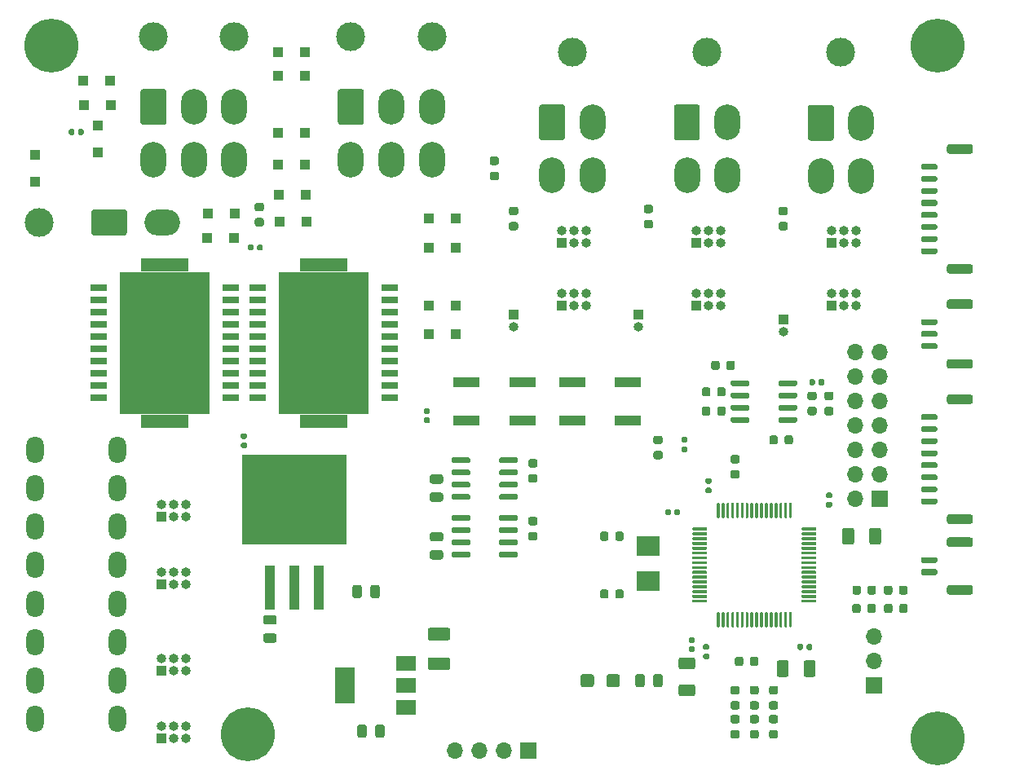
<source format=gbr>
G04 #@! TF.GenerationSoftware,KiCad,Pcbnew,5.1.6-c6e7f7d~87~ubuntu18.04.1*
G04 #@! TF.CreationDate,2020-08-26T01:47:06+02:00*
G04 #@! TF.ProjectId,retropilot_stm32f405_ecu,72657472-6f70-4696-9c6f-745f73746d33,rev?*
G04 #@! TF.SameCoordinates,Original*
G04 #@! TF.FileFunction,Soldermask,Top*
G04 #@! TF.FilePolarity,Negative*
%FSLAX46Y46*%
G04 Gerber Fmt 4.6, Leading zero omitted, Abs format (unit mm)*
G04 Created by KiCad (PCBNEW 5.1.6-c6e7f7d~87~ubuntu18.04.1) date 2020-08-26 01:47:06*
%MOMM*%
%LPD*%
G01*
G04 APERTURE LIST*
%ADD10O,1.700000X1.700000*%
%ADD11R,1.700000X1.700000*%
%ADD12O,3.700000X2.700000*%
%ADD13C,3.000000*%
%ADD14O,1.800000X2.800000*%
%ADD15R,2.800000X1.000000*%
%ADD16O,1.000000X1.000000*%
%ADD17R,1.000000X1.000000*%
%ADD18R,2.000000X1.500000*%
%ADD19R,2.000000X3.800000*%
%ADD20R,1.100000X4.600000*%
%ADD21R,10.800000X9.400000*%
%ADD22R,1.700000X0.700000*%
%ADD23R,9.400000X14.800000*%
%ADD24R,5.000000X1.450000*%
%ADD25O,2.700000X3.700000*%
%ADD26R,1.100000X1.100000*%
%ADD27C,5.600000*%
%ADD28R,2.400000X2.000000*%
G04 APERTURE END LIST*
D10*
X120400000Y-94420000D03*
X120400000Y-96960000D03*
D11*
X120400000Y-99500000D03*
G36*
G01*
X42599999Y-52750000D02*
X39400001Y-52750000D01*
G75*
G02*
X39150000Y-52499999I0J250001D01*
G01*
X39150000Y-50300001D01*
G75*
G02*
X39400001Y-50050000I250001J0D01*
G01*
X42599999Y-50050000D01*
G75*
G02*
X42850000Y-50300001I0J-250001D01*
G01*
X42850000Y-52499999D01*
G75*
G02*
X42599999Y-52750000I-250001J0D01*
G01*
G37*
D12*
X46500000Y-51400000D03*
D13*
X33700000Y-51400000D03*
D14*
X33300000Y-103000000D03*
X33300000Y-99000000D03*
X33300000Y-91000000D03*
X33300000Y-95000000D03*
X33300000Y-79000000D03*
X33300000Y-87000000D03*
X33300000Y-83000000D03*
X33300000Y-75000000D03*
X41900000Y-91000000D03*
X41900000Y-75000000D03*
X41900000Y-83000000D03*
X41900000Y-79000000D03*
X41900000Y-95000000D03*
X41900000Y-103000000D03*
X41900000Y-99000000D03*
X41900000Y-87000000D03*
D15*
X83900000Y-72000000D03*
X78100000Y-72000000D03*
X83900000Y-68000000D03*
X78100000Y-68000000D03*
X94900000Y-72000000D03*
X89100000Y-72000000D03*
X94900000Y-68000000D03*
X89100000Y-68000000D03*
D16*
X49000000Y-103730000D03*
X49000000Y-105000000D03*
X47730000Y-103730000D03*
X47730000Y-105000000D03*
X46460000Y-103730000D03*
D17*
X46460000Y-105000000D03*
D16*
X49000000Y-96730000D03*
X49000000Y-98000000D03*
X47730000Y-96730000D03*
X47730000Y-98000000D03*
X46460000Y-96730000D03*
D17*
X46460000Y-98000000D03*
D16*
X49000000Y-87730000D03*
X49000000Y-89000000D03*
X47730000Y-87730000D03*
X47730000Y-89000000D03*
X46460000Y-87730000D03*
D17*
X46460000Y-89000000D03*
D16*
X49000000Y-80730000D03*
X49000000Y-82000000D03*
X47730000Y-80730000D03*
X47730000Y-82000000D03*
X46460000Y-80730000D03*
D17*
X46460000Y-82000000D03*
D16*
X118540000Y-58730000D03*
X118540000Y-60000000D03*
X117270000Y-58730000D03*
X117270000Y-60000000D03*
X116000000Y-58730000D03*
D17*
X116000000Y-60000000D03*
D16*
X118540000Y-52230000D03*
X118540000Y-53500000D03*
X117270000Y-52230000D03*
X117270000Y-53500000D03*
X116000000Y-52230000D03*
D17*
X116000000Y-53500000D03*
D16*
X104540000Y-58730000D03*
X104540000Y-60000000D03*
X103270000Y-58730000D03*
X103270000Y-60000000D03*
X102000000Y-58730000D03*
D17*
X102000000Y-60000000D03*
D16*
X104540000Y-52230000D03*
X104540000Y-53500000D03*
X103270000Y-52230000D03*
X103270000Y-53500000D03*
X102000000Y-52230000D03*
D17*
X102000000Y-53500000D03*
D16*
X90540000Y-58730000D03*
X90540000Y-60000000D03*
X89270000Y-58730000D03*
X89270000Y-60000000D03*
X88000000Y-58730000D03*
D17*
X88000000Y-60000000D03*
D16*
X90540000Y-52230000D03*
X90540000Y-53500000D03*
X89270000Y-52230000D03*
X89270000Y-53500000D03*
X88000000Y-52230000D03*
D17*
X88000000Y-53500000D03*
D18*
X71800000Y-101800000D03*
X71800000Y-97200000D03*
X71800000Y-99500000D03*
D19*
X65500000Y-99500000D03*
D16*
X111000000Y-62730000D03*
D17*
X111000000Y-61460000D03*
D16*
X96000000Y-62270000D03*
D17*
X96000000Y-61000000D03*
D16*
X83000000Y-62270000D03*
D17*
X83000000Y-61000000D03*
D20*
X57660000Y-89375000D03*
X60200000Y-89375000D03*
X62740000Y-89375000D03*
D21*
X60200000Y-80225000D03*
D22*
X56450000Y-58185000D03*
D23*
X63300000Y-63900000D03*
D22*
X56450000Y-59455000D03*
X56450000Y-60725000D03*
X56450000Y-61995000D03*
X56450000Y-63265000D03*
X56450000Y-64535000D03*
X56450000Y-65805000D03*
X56450000Y-67075000D03*
X56450000Y-68345000D03*
X56450000Y-69615000D03*
X70150000Y-69615000D03*
X70150000Y-68345000D03*
X70150000Y-67075000D03*
X70150000Y-65805000D03*
X70150000Y-64535000D03*
X70150000Y-63265000D03*
X70150000Y-61995000D03*
X70150000Y-60725000D03*
X70150000Y-59455000D03*
X70150000Y-58185000D03*
D24*
X63300000Y-55775000D03*
X63300000Y-72025000D03*
G36*
G01*
X56856250Y-50237500D02*
X56343750Y-50237500D01*
G75*
G02*
X56125000Y-50018750I0J218750D01*
G01*
X56125000Y-49581250D01*
G75*
G02*
X56343750Y-49362500I218750J0D01*
G01*
X56856250Y-49362500D01*
G75*
G02*
X57075000Y-49581250I0J-218750D01*
G01*
X57075000Y-50018750D01*
G75*
G02*
X56856250Y-50237500I-218750J0D01*
G01*
G37*
G36*
G01*
X56856250Y-51812500D02*
X56343750Y-51812500D01*
G75*
G02*
X56125000Y-51593750I0J218750D01*
G01*
X56125000Y-51156250D01*
G75*
G02*
X56343750Y-50937500I218750J0D01*
G01*
X56856250Y-50937500D01*
G75*
G02*
X57075000Y-51156250I0J-218750D01*
G01*
X57075000Y-51593750D01*
G75*
G02*
X56856250Y-51812500I-218750J0D01*
G01*
G37*
D22*
X39950000Y-58185000D03*
D23*
X46800000Y-63900000D03*
D22*
X39950000Y-59455000D03*
X39950000Y-60725000D03*
X39950000Y-61995000D03*
X39950000Y-63265000D03*
X39950000Y-64535000D03*
X39950000Y-65805000D03*
X39950000Y-67075000D03*
X39950000Y-68345000D03*
X39950000Y-69615000D03*
X53650000Y-69615000D03*
X53650000Y-68345000D03*
X53650000Y-67075000D03*
X53650000Y-65805000D03*
X53650000Y-64535000D03*
X53650000Y-63265000D03*
X53650000Y-61995000D03*
X53650000Y-60725000D03*
X53650000Y-59455000D03*
X53650000Y-58185000D03*
D24*
X46800000Y-55775000D03*
X46800000Y-72025000D03*
G36*
G01*
X44250000Y-40999999D02*
X44250000Y-37800001D01*
G75*
G02*
X44500001Y-37550000I250001J0D01*
G01*
X46699999Y-37550000D01*
G75*
G02*
X46950000Y-37800001I0J-250001D01*
G01*
X46950000Y-40999999D01*
G75*
G02*
X46699999Y-41250000I-250001J0D01*
G01*
X44500001Y-41250000D01*
G75*
G02*
X44250000Y-40999999I0J250001D01*
G01*
G37*
D25*
X49800000Y-39400000D03*
X54000000Y-39400000D03*
X45600000Y-44900000D03*
X49800000Y-44900000D03*
X54000000Y-44900000D03*
D13*
X45600000Y-32100000D03*
X54000000Y-32100000D03*
D26*
X54025000Y-50470000D03*
X51225000Y-50470000D03*
X61300000Y-33700000D03*
X58500000Y-33700000D03*
X33300000Y-47200000D03*
X33300000Y-44400000D03*
X41200000Y-39200000D03*
X38400000Y-39200000D03*
X51200000Y-53000000D03*
X54000000Y-53000000D03*
X58500000Y-36200000D03*
X61300000Y-36200000D03*
X39800000Y-41300000D03*
X39800000Y-44100000D03*
X41100000Y-36700000D03*
X38300000Y-36700000D03*
G36*
G01*
X54827500Y-74275000D02*
X55172500Y-74275000D01*
G75*
G02*
X55320000Y-74422500I0J-147500D01*
G01*
X55320000Y-74717500D01*
G75*
G02*
X55172500Y-74865000I-147500J0D01*
G01*
X54827500Y-74865000D01*
G75*
G02*
X54680000Y-74717500I0J147500D01*
G01*
X54680000Y-74422500D01*
G75*
G02*
X54827500Y-74275000I147500J0D01*
G01*
G37*
G36*
G01*
X54827500Y-73305000D02*
X55172500Y-73305000D01*
G75*
G02*
X55320000Y-73452500I0J-147500D01*
G01*
X55320000Y-73747500D01*
G75*
G02*
X55172500Y-73895000I-147500J0D01*
G01*
X54827500Y-73895000D01*
G75*
G02*
X54680000Y-73747500I0J147500D01*
G01*
X54680000Y-73452500D01*
G75*
G02*
X54827500Y-73305000I147500J0D01*
G01*
G37*
G36*
G01*
X37395000Y-41827500D02*
X37395000Y-42172500D01*
G75*
G02*
X37247500Y-42320000I-147500J0D01*
G01*
X36952500Y-42320000D01*
G75*
G02*
X36805000Y-42172500I0J147500D01*
G01*
X36805000Y-41827500D01*
G75*
G02*
X36952500Y-41680000I147500J0D01*
G01*
X37247500Y-41680000D01*
G75*
G02*
X37395000Y-41827500I0J-147500D01*
G01*
G37*
G36*
G01*
X38365000Y-41827500D02*
X38365000Y-42172500D01*
G75*
G02*
X38217500Y-42320000I-147500J0D01*
G01*
X37922500Y-42320000D01*
G75*
G02*
X37775000Y-42172500I0J147500D01*
G01*
X37775000Y-41827500D01*
G75*
G02*
X37922500Y-41680000I147500J0D01*
G01*
X38217500Y-41680000D01*
G75*
G02*
X38365000Y-41827500I0J-147500D01*
G01*
G37*
G36*
G01*
X104100000Y-82025000D02*
X104100000Y-80625000D01*
G75*
G02*
X104175000Y-80550000I75000J0D01*
G01*
X104325000Y-80550000D01*
G75*
G02*
X104400000Y-80625000I0J-75000D01*
G01*
X104400000Y-82025000D01*
G75*
G02*
X104325000Y-82100000I-75000J0D01*
G01*
X104175000Y-82100000D01*
G75*
G02*
X104100000Y-82025000I0J75000D01*
G01*
G37*
G36*
G01*
X104600000Y-82025000D02*
X104600000Y-80625000D01*
G75*
G02*
X104675000Y-80550000I75000J0D01*
G01*
X104825000Y-80550000D01*
G75*
G02*
X104900000Y-80625000I0J-75000D01*
G01*
X104900000Y-82025000D01*
G75*
G02*
X104825000Y-82100000I-75000J0D01*
G01*
X104675000Y-82100000D01*
G75*
G02*
X104600000Y-82025000I0J75000D01*
G01*
G37*
G36*
G01*
X105100000Y-82025000D02*
X105100000Y-80625000D01*
G75*
G02*
X105175000Y-80550000I75000J0D01*
G01*
X105325000Y-80550000D01*
G75*
G02*
X105400000Y-80625000I0J-75000D01*
G01*
X105400000Y-82025000D01*
G75*
G02*
X105325000Y-82100000I-75000J0D01*
G01*
X105175000Y-82100000D01*
G75*
G02*
X105100000Y-82025000I0J75000D01*
G01*
G37*
G36*
G01*
X105600000Y-82025000D02*
X105600000Y-80625000D01*
G75*
G02*
X105675000Y-80550000I75000J0D01*
G01*
X105825000Y-80550000D01*
G75*
G02*
X105900000Y-80625000I0J-75000D01*
G01*
X105900000Y-82025000D01*
G75*
G02*
X105825000Y-82100000I-75000J0D01*
G01*
X105675000Y-82100000D01*
G75*
G02*
X105600000Y-82025000I0J75000D01*
G01*
G37*
G36*
G01*
X106100000Y-82025000D02*
X106100000Y-80625000D01*
G75*
G02*
X106175000Y-80550000I75000J0D01*
G01*
X106325000Y-80550000D01*
G75*
G02*
X106400000Y-80625000I0J-75000D01*
G01*
X106400000Y-82025000D01*
G75*
G02*
X106325000Y-82100000I-75000J0D01*
G01*
X106175000Y-82100000D01*
G75*
G02*
X106100000Y-82025000I0J75000D01*
G01*
G37*
G36*
G01*
X106600000Y-82025000D02*
X106600000Y-80625000D01*
G75*
G02*
X106675000Y-80550000I75000J0D01*
G01*
X106825000Y-80550000D01*
G75*
G02*
X106900000Y-80625000I0J-75000D01*
G01*
X106900000Y-82025000D01*
G75*
G02*
X106825000Y-82100000I-75000J0D01*
G01*
X106675000Y-82100000D01*
G75*
G02*
X106600000Y-82025000I0J75000D01*
G01*
G37*
G36*
G01*
X107100000Y-82025000D02*
X107100000Y-80625000D01*
G75*
G02*
X107175000Y-80550000I75000J0D01*
G01*
X107325000Y-80550000D01*
G75*
G02*
X107400000Y-80625000I0J-75000D01*
G01*
X107400000Y-82025000D01*
G75*
G02*
X107325000Y-82100000I-75000J0D01*
G01*
X107175000Y-82100000D01*
G75*
G02*
X107100000Y-82025000I0J75000D01*
G01*
G37*
G36*
G01*
X107600000Y-82025000D02*
X107600000Y-80625000D01*
G75*
G02*
X107675000Y-80550000I75000J0D01*
G01*
X107825000Y-80550000D01*
G75*
G02*
X107900000Y-80625000I0J-75000D01*
G01*
X107900000Y-82025000D01*
G75*
G02*
X107825000Y-82100000I-75000J0D01*
G01*
X107675000Y-82100000D01*
G75*
G02*
X107600000Y-82025000I0J75000D01*
G01*
G37*
G36*
G01*
X108100000Y-82025000D02*
X108100000Y-80625000D01*
G75*
G02*
X108175000Y-80550000I75000J0D01*
G01*
X108325000Y-80550000D01*
G75*
G02*
X108400000Y-80625000I0J-75000D01*
G01*
X108400000Y-82025000D01*
G75*
G02*
X108325000Y-82100000I-75000J0D01*
G01*
X108175000Y-82100000D01*
G75*
G02*
X108100000Y-82025000I0J75000D01*
G01*
G37*
G36*
G01*
X108600000Y-82025000D02*
X108600000Y-80625000D01*
G75*
G02*
X108675000Y-80550000I75000J0D01*
G01*
X108825000Y-80550000D01*
G75*
G02*
X108900000Y-80625000I0J-75000D01*
G01*
X108900000Y-82025000D01*
G75*
G02*
X108825000Y-82100000I-75000J0D01*
G01*
X108675000Y-82100000D01*
G75*
G02*
X108600000Y-82025000I0J75000D01*
G01*
G37*
G36*
G01*
X109100000Y-82025000D02*
X109100000Y-80625000D01*
G75*
G02*
X109175000Y-80550000I75000J0D01*
G01*
X109325000Y-80550000D01*
G75*
G02*
X109400000Y-80625000I0J-75000D01*
G01*
X109400000Y-82025000D01*
G75*
G02*
X109325000Y-82100000I-75000J0D01*
G01*
X109175000Y-82100000D01*
G75*
G02*
X109100000Y-82025000I0J75000D01*
G01*
G37*
G36*
G01*
X109600000Y-82025000D02*
X109600000Y-80625000D01*
G75*
G02*
X109675000Y-80550000I75000J0D01*
G01*
X109825000Y-80550000D01*
G75*
G02*
X109900000Y-80625000I0J-75000D01*
G01*
X109900000Y-82025000D01*
G75*
G02*
X109825000Y-82100000I-75000J0D01*
G01*
X109675000Y-82100000D01*
G75*
G02*
X109600000Y-82025000I0J75000D01*
G01*
G37*
G36*
G01*
X110100000Y-82025000D02*
X110100000Y-80625000D01*
G75*
G02*
X110175000Y-80550000I75000J0D01*
G01*
X110325000Y-80550000D01*
G75*
G02*
X110400000Y-80625000I0J-75000D01*
G01*
X110400000Y-82025000D01*
G75*
G02*
X110325000Y-82100000I-75000J0D01*
G01*
X110175000Y-82100000D01*
G75*
G02*
X110100000Y-82025000I0J75000D01*
G01*
G37*
G36*
G01*
X110600000Y-82025000D02*
X110600000Y-80625000D01*
G75*
G02*
X110675000Y-80550000I75000J0D01*
G01*
X110825000Y-80550000D01*
G75*
G02*
X110900000Y-80625000I0J-75000D01*
G01*
X110900000Y-82025000D01*
G75*
G02*
X110825000Y-82100000I-75000J0D01*
G01*
X110675000Y-82100000D01*
G75*
G02*
X110600000Y-82025000I0J75000D01*
G01*
G37*
G36*
G01*
X111100000Y-82025000D02*
X111100000Y-80625000D01*
G75*
G02*
X111175000Y-80550000I75000J0D01*
G01*
X111325000Y-80550000D01*
G75*
G02*
X111400000Y-80625000I0J-75000D01*
G01*
X111400000Y-82025000D01*
G75*
G02*
X111325000Y-82100000I-75000J0D01*
G01*
X111175000Y-82100000D01*
G75*
G02*
X111100000Y-82025000I0J75000D01*
G01*
G37*
G36*
G01*
X111600000Y-82025000D02*
X111600000Y-80625000D01*
G75*
G02*
X111675000Y-80550000I75000J0D01*
G01*
X111825000Y-80550000D01*
G75*
G02*
X111900000Y-80625000I0J-75000D01*
G01*
X111900000Y-82025000D01*
G75*
G02*
X111825000Y-82100000I-75000J0D01*
G01*
X111675000Y-82100000D01*
G75*
G02*
X111600000Y-82025000I0J75000D01*
G01*
G37*
G36*
G01*
X112900000Y-83325000D02*
X112900000Y-83175000D01*
G75*
G02*
X112975000Y-83100000I75000J0D01*
G01*
X114375000Y-83100000D01*
G75*
G02*
X114450000Y-83175000I0J-75000D01*
G01*
X114450000Y-83325000D01*
G75*
G02*
X114375000Y-83400000I-75000J0D01*
G01*
X112975000Y-83400000D01*
G75*
G02*
X112900000Y-83325000I0J75000D01*
G01*
G37*
G36*
G01*
X112900000Y-83825000D02*
X112900000Y-83675000D01*
G75*
G02*
X112975000Y-83600000I75000J0D01*
G01*
X114375000Y-83600000D01*
G75*
G02*
X114450000Y-83675000I0J-75000D01*
G01*
X114450000Y-83825000D01*
G75*
G02*
X114375000Y-83900000I-75000J0D01*
G01*
X112975000Y-83900000D01*
G75*
G02*
X112900000Y-83825000I0J75000D01*
G01*
G37*
G36*
G01*
X112900000Y-84325000D02*
X112900000Y-84175000D01*
G75*
G02*
X112975000Y-84100000I75000J0D01*
G01*
X114375000Y-84100000D01*
G75*
G02*
X114450000Y-84175000I0J-75000D01*
G01*
X114450000Y-84325000D01*
G75*
G02*
X114375000Y-84400000I-75000J0D01*
G01*
X112975000Y-84400000D01*
G75*
G02*
X112900000Y-84325000I0J75000D01*
G01*
G37*
G36*
G01*
X112900000Y-84825000D02*
X112900000Y-84675000D01*
G75*
G02*
X112975000Y-84600000I75000J0D01*
G01*
X114375000Y-84600000D01*
G75*
G02*
X114450000Y-84675000I0J-75000D01*
G01*
X114450000Y-84825000D01*
G75*
G02*
X114375000Y-84900000I-75000J0D01*
G01*
X112975000Y-84900000D01*
G75*
G02*
X112900000Y-84825000I0J75000D01*
G01*
G37*
G36*
G01*
X112900000Y-85325000D02*
X112900000Y-85175000D01*
G75*
G02*
X112975000Y-85100000I75000J0D01*
G01*
X114375000Y-85100000D01*
G75*
G02*
X114450000Y-85175000I0J-75000D01*
G01*
X114450000Y-85325000D01*
G75*
G02*
X114375000Y-85400000I-75000J0D01*
G01*
X112975000Y-85400000D01*
G75*
G02*
X112900000Y-85325000I0J75000D01*
G01*
G37*
G36*
G01*
X112900000Y-85825000D02*
X112900000Y-85675000D01*
G75*
G02*
X112975000Y-85600000I75000J0D01*
G01*
X114375000Y-85600000D01*
G75*
G02*
X114450000Y-85675000I0J-75000D01*
G01*
X114450000Y-85825000D01*
G75*
G02*
X114375000Y-85900000I-75000J0D01*
G01*
X112975000Y-85900000D01*
G75*
G02*
X112900000Y-85825000I0J75000D01*
G01*
G37*
G36*
G01*
X112900000Y-86325000D02*
X112900000Y-86175000D01*
G75*
G02*
X112975000Y-86100000I75000J0D01*
G01*
X114375000Y-86100000D01*
G75*
G02*
X114450000Y-86175000I0J-75000D01*
G01*
X114450000Y-86325000D01*
G75*
G02*
X114375000Y-86400000I-75000J0D01*
G01*
X112975000Y-86400000D01*
G75*
G02*
X112900000Y-86325000I0J75000D01*
G01*
G37*
G36*
G01*
X112900000Y-86825000D02*
X112900000Y-86675000D01*
G75*
G02*
X112975000Y-86600000I75000J0D01*
G01*
X114375000Y-86600000D01*
G75*
G02*
X114450000Y-86675000I0J-75000D01*
G01*
X114450000Y-86825000D01*
G75*
G02*
X114375000Y-86900000I-75000J0D01*
G01*
X112975000Y-86900000D01*
G75*
G02*
X112900000Y-86825000I0J75000D01*
G01*
G37*
G36*
G01*
X112900000Y-87325000D02*
X112900000Y-87175000D01*
G75*
G02*
X112975000Y-87100000I75000J0D01*
G01*
X114375000Y-87100000D01*
G75*
G02*
X114450000Y-87175000I0J-75000D01*
G01*
X114450000Y-87325000D01*
G75*
G02*
X114375000Y-87400000I-75000J0D01*
G01*
X112975000Y-87400000D01*
G75*
G02*
X112900000Y-87325000I0J75000D01*
G01*
G37*
G36*
G01*
X112900000Y-87825000D02*
X112900000Y-87675000D01*
G75*
G02*
X112975000Y-87600000I75000J0D01*
G01*
X114375000Y-87600000D01*
G75*
G02*
X114450000Y-87675000I0J-75000D01*
G01*
X114450000Y-87825000D01*
G75*
G02*
X114375000Y-87900000I-75000J0D01*
G01*
X112975000Y-87900000D01*
G75*
G02*
X112900000Y-87825000I0J75000D01*
G01*
G37*
G36*
G01*
X112900000Y-88325000D02*
X112900000Y-88175000D01*
G75*
G02*
X112975000Y-88100000I75000J0D01*
G01*
X114375000Y-88100000D01*
G75*
G02*
X114450000Y-88175000I0J-75000D01*
G01*
X114450000Y-88325000D01*
G75*
G02*
X114375000Y-88400000I-75000J0D01*
G01*
X112975000Y-88400000D01*
G75*
G02*
X112900000Y-88325000I0J75000D01*
G01*
G37*
G36*
G01*
X112900000Y-88825000D02*
X112900000Y-88675000D01*
G75*
G02*
X112975000Y-88600000I75000J0D01*
G01*
X114375000Y-88600000D01*
G75*
G02*
X114450000Y-88675000I0J-75000D01*
G01*
X114450000Y-88825000D01*
G75*
G02*
X114375000Y-88900000I-75000J0D01*
G01*
X112975000Y-88900000D01*
G75*
G02*
X112900000Y-88825000I0J75000D01*
G01*
G37*
G36*
G01*
X112900000Y-89325000D02*
X112900000Y-89175000D01*
G75*
G02*
X112975000Y-89100000I75000J0D01*
G01*
X114375000Y-89100000D01*
G75*
G02*
X114450000Y-89175000I0J-75000D01*
G01*
X114450000Y-89325000D01*
G75*
G02*
X114375000Y-89400000I-75000J0D01*
G01*
X112975000Y-89400000D01*
G75*
G02*
X112900000Y-89325000I0J75000D01*
G01*
G37*
G36*
G01*
X112900000Y-89825000D02*
X112900000Y-89675000D01*
G75*
G02*
X112975000Y-89600000I75000J0D01*
G01*
X114375000Y-89600000D01*
G75*
G02*
X114450000Y-89675000I0J-75000D01*
G01*
X114450000Y-89825000D01*
G75*
G02*
X114375000Y-89900000I-75000J0D01*
G01*
X112975000Y-89900000D01*
G75*
G02*
X112900000Y-89825000I0J75000D01*
G01*
G37*
G36*
G01*
X112900000Y-90325000D02*
X112900000Y-90175000D01*
G75*
G02*
X112975000Y-90100000I75000J0D01*
G01*
X114375000Y-90100000D01*
G75*
G02*
X114450000Y-90175000I0J-75000D01*
G01*
X114450000Y-90325000D01*
G75*
G02*
X114375000Y-90400000I-75000J0D01*
G01*
X112975000Y-90400000D01*
G75*
G02*
X112900000Y-90325000I0J75000D01*
G01*
G37*
G36*
G01*
X112900000Y-90825000D02*
X112900000Y-90675000D01*
G75*
G02*
X112975000Y-90600000I75000J0D01*
G01*
X114375000Y-90600000D01*
G75*
G02*
X114450000Y-90675000I0J-75000D01*
G01*
X114450000Y-90825000D01*
G75*
G02*
X114375000Y-90900000I-75000J0D01*
G01*
X112975000Y-90900000D01*
G75*
G02*
X112900000Y-90825000I0J75000D01*
G01*
G37*
G36*
G01*
X111600000Y-93375000D02*
X111600000Y-91975000D01*
G75*
G02*
X111675000Y-91900000I75000J0D01*
G01*
X111825000Y-91900000D01*
G75*
G02*
X111900000Y-91975000I0J-75000D01*
G01*
X111900000Y-93375000D01*
G75*
G02*
X111825000Y-93450000I-75000J0D01*
G01*
X111675000Y-93450000D01*
G75*
G02*
X111600000Y-93375000I0J75000D01*
G01*
G37*
G36*
G01*
X111100000Y-93375000D02*
X111100000Y-91975000D01*
G75*
G02*
X111175000Y-91900000I75000J0D01*
G01*
X111325000Y-91900000D01*
G75*
G02*
X111400000Y-91975000I0J-75000D01*
G01*
X111400000Y-93375000D01*
G75*
G02*
X111325000Y-93450000I-75000J0D01*
G01*
X111175000Y-93450000D01*
G75*
G02*
X111100000Y-93375000I0J75000D01*
G01*
G37*
G36*
G01*
X110600000Y-93375000D02*
X110600000Y-91975000D01*
G75*
G02*
X110675000Y-91900000I75000J0D01*
G01*
X110825000Y-91900000D01*
G75*
G02*
X110900000Y-91975000I0J-75000D01*
G01*
X110900000Y-93375000D01*
G75*
G02*
X110825000Y-93450000I-75000J0D01*
G01*
X110675000Y-93450000D01*
G75*
G02*
X110600000Y-93375000I0J75000D01*
G01*
G37*
G36*
G01*
X110100000Y-93375000D02*
X110100000Y-91975000D01*
G75*
G02*
X110175000Y-91900000I75000J0D01*
G01*
X110325000Y-91900000D01*
G75*
G02*
X110400000Y-91975000I0J-75000D01*
G01*
X110400000Y-93375000D01*
G75*
G02*
X110325000Y-93450000I-75000J0D01*
G01*
X110175000Y-93450000D01*
G75*
G02*
X110100000Y-93375000I0J75000D01*
G01*
G37*
G36*
G01*
X109600000Y-93375000D02*
X109600000Y-91975000D01*
G75*
G02*
X109675000Y-91900000I75000J0D01*
G01*
X109825000Y-91900000D01*
G75*
G02*
X109900000Y-91975000I0J-75000D01*
G01*
X109900000Y-93375000D01*
G75*
G02*
X109825000Y-93450000I-75000J0D01*
G01*
X109675000Y-93450000D01*
G75*
G02*
X109600000Y-93375000I0J75000D01*
G01*
G37*
G36*
G01*
X109100000Y-93375000D02*
X109100000Y-91975000D01*
G75*
G02*
X109175000Y-91900000I75000J0D01*
G01*
X109325000Y-91900000D01*
G75*
G02*
X109400000Y-91975000I0J-75000D01*
G01*
X109400000Y-93375000D01*
G75*
G02*
X109325000Y-93450000I-75000J0D01*
G01*
X109175000Y-93450000D01*
G75*
G02*
X109100000Y-93375000I0J75000D01*
G01*
G37*
G36*
G01*
X108600000Y-93375000D02*
X108600000Y-91975000D01*
G75*
G02*
X108675000Y-91900000I75000J0D01*
G01*
X108825000Y-91900000D01*
G75*
G02*
X108900000Y-91975000I0J-75000D01*
G01*
X108900000Y-93375000D01*
G75*
G02*
X108825000Y-93450000I-75000J0D01*
G01*
X108675000Y-93450000D01*
G75*
G02*
X108600000Y-93375000I0J75000D01*
G01*
G37*
G36*
G01*
X108100000Y-93375000D02*
X108100000Y-91975000D01*
G75*
G02*
X108175000Y-91900000I75000J0D01*
G01*
X108325000Y-91900000D01*
G75*
G02*
X108400000Y-91975000I0J-75000D01*
G01*
X108400000Y-93375000D01*
G75*
G02*
X108325000Y-93450000I-75000J0D01*
G01*
X108175000Y-93450000D01*
G75*
G02*
X108100000Y-93375000I0J75000D01*
G01*
G37*
G36*
G01*
X107600000Y-93375000D02*
X107600000Y-91975000D01*
G75*
G02*
X107675000Y-91900000I75000J0D01*
G01*
X107825000Y-91900000D01*
G75*
G02*
X107900000Y-91975000I0J-75000D01*
G01*
X107900000Y-93375000D01*
G75*
G02*
X107825000Y-93450000I-75000J0D01*
G01*
X107675000Y-93450000D01*
G75*
G02*
X107600000Y-93375000I0J75000D01*
G01*
G37*
G36*
G01*
X107100000Y-93375000D02*
X107100000Y-91975000D01*
G75*
G02*
X107175000Y-91900000I75000J0D01*
G01*
X107325000Y-91900000D01*
G75*
G02*
X107400000Y-91975000I0J-75000D01*
G01*
X107400000Y-93375000D01*
G75*
G02*
X107325000Y-93450000I-75000J0D01*
G01*
X107175000Y-93450000D01*
G75*
G02*
X107100000Y-93375000I0J75000D01*
G01*
G37*
G36*
G01*
X106600000Y-93375000D02*
X106600000Y-91975000D01*
G75*
G02*
X106675000Y-91900000I75000J0D01*
G01*
X106825000Y-91900000D01*
G75*
G02*
X106900000Y-91975000I0J-75000D01*
G01*
X106900000Y-93375000D01*
G75*
G02*
X106825000Y-93450000I-75000J0D01*
G01*
X106675000Y-93450000D01*
G75*
G02*
X106600000Y-93375000I0J75000D01*
G01*
G37*
G36*
G01*
X106100000Y-93375000D02*
X106100000Y-91975000D01*
G75*
G02*
X106175000Y-91900000I75000J0D01*
G01*
X106325000Y-91900000D01*
G75*
G02*
X106400000Y-91975000I0J-75000D01*
G01*
X106400000Y-93375000D01*
G75*
G02*
X106325000Y-93450000I-75000J0D01*
G01*
X106175000Y-93450000D01*
G75*
G02*
X106100000Y-93375000I0J75000D01*
G01*
G37*
G36*
G01*
X105600000Y-93375000D02*
X105600000Y-91975000D01*
G75*
G02*
X105675000Y-91900000I75000J0D01*
G01*
X105825000Y-91900000D01*
G75*
G02*
X105900000Y-91975000I0J-75000D01*
G01*
X105900000Y-93375000D01*
G75*
G02*
X105825000Y-93450000I-75000J0D01*
G01*
X105675000Y-93450000D01*
G75*
G02*
X105600000Y-93375000I0J75000D01*
G01*
G37*
G36*
G01*
X105100000Y-93375000D02*
X105100000Y-91975000D01*
G75*
G02*
X105175000Y-91900000I75000J0D01*
G01*
X105325000Y-91900000D01*
G75*
G02*
X105400000Y-91975000I0J-75000D01*
G01*
X105400000Y-93375000D01*
G75*
G02*
X105325000Y-93450000I-75000J0D01*
G01*
X105175000Y-93450000D01*
G75*
G02*
X105100000Y-93375000I0J75000D01*
G01*
G37*
G36*
G01*
X104600000Y-93375000D02*
X104600000Y-91975000D01*
G75*
G02*
X104675000Y-91900000I75000J0D01*
G01*
X104825000Y-91900000D01*
G75*
G02*
X104900000Y-91975000I0J-75000D01*
G01*
X104900000Y-93375000D01*
G75*
G02*
X104825000Y-93450000I-75000J0D01*
G01*
X104675000Y-93450000D01*
G75*
G02*
X104600000Y-93375000I0J75000D01*
G01*
G37*
G36*
G01*
X104100000Y-93375000D02*
X104100000Y-91975000D01*
G75*
G02*
X104175000Y-91900000I75000J0D01*
G01*
X104325000Y-91900000D01*
G75*
G02*
X104400000Y-91975000I0J-75000D01*
G01*
X104400000Y-93375000D01*
G75*
G02*
X104325000Y-93450000I-75000J0D01*
G01*
X104175000Y-93450000D01*
G75*
G02*
X104100000Y-93375000I0J75000D01*
G01*
G37*
G36*
G01*
X101550000Y-90825000D02*
X101550000Y-90675000D01*
G75*
G02*
X101625000Y-90600000I75000J0D01*
G01*
X103025000Y-90600000D01*
G75*
G02*
X103100000Y-90675000I0J-75000D01*
G01*
X103100000Y-90825000D01*
G75*
G02*
X103025000Y-90900000I-75000J0D01*
G01*
X101625000Y-90900000D01*
G75*
G02*
X101550000Y-90825000I0J75000D01*
G01*
G37*
G36*
G01*
X101550000Y-90325000D02*
X101550000Y-90175000D01*
G75*
G02*
X101625000Y-90100000I75000J0D01*
G01*
X103025000Y-90100000D01*
G75*
G02*
X103100000Y-90175000I0J-75000D01*
G01*
X103100000Y-90325000D01*
G75*
G02*
X103025000Y-90400000I-75000J0D01*
G01*
X101625000Y-90400000D01*
G75*
G02*
X101550000Y-90325000I0J75000D01*
G01*
G37*
G36*
G01*
X101550000Y-89825000D02*
X101550000Y-89675000D01*
G75*
G02*
X101625000Y-89600000I75000J0D01*
G01*
X103025000Y-89600000D01*
G75*
G02*
X103100000Y-89675000I0J-75000D01*
G01*
X103100000Y-89825000D01*
G75*
G02*
X103025000Y-89900000I-75000J0D01*
G01*
X101625000Y-89900000D01*
G75*
G02*
X101550000Y-89825000I0J75000D01*
G01*
G37*
G36*
G01*
X101550000Y-89325000D02*
X101550000Y-89175000D01*
G75*
G02*
X101625000Y-89100000I75000J0D01*
G01*
X103025000Y-89100000D01*
G75*
G02*
X103100000Y-89175000I0J-75000D01*
G01*
X103100000Y-89325000D01*
G75*
G02*
X103025000Y-89400000I-75000J0D01*
G01*
X101625000Y-89400000D01*
G75*
G02*
X101550000Y-89325000I0J75000D01*
G01*
G37*
G36*
G01*
X101550000Y-88825000D02*
X101550000Y-88675000D01*
G75*
G02*
X101625000Y-88600000I75000J0D01*
G01*
X103025000Y-88600000D01*
G75*
G02*
X103100000Y-88675000I0J-75000D01*
G01*
X103100000Y-88825000D01*
G75*
G02*
X103025000Y-88900000I-75000J0D01*
G01*
X101625000Y-88900000D01*
G75*
G02*
X101550000Y-88825000I0J75000D01*
G01*
G37*
G36*
G01*
X101550000Y-88325000D02*
X101550000Y-88175000D01*
G75*
G02*
X101625000Y-88100000I75000J0D01*
G01*
X103025000Y-88100000D01*
G75*
G02*
X103100000Y-88175000I0J-75000D01*
G01*
X103100000Y-88325000D01*
G75*
G02*
X103025000Y-88400000I-75000J0D01*
G01*
X101625000Y-88400000D01*
G75*
G02*
X101550000Y-88325000I0J75000D01*
G01*
G37*
G36*
G01*
X101550000Y-87825000D02*
X101550000Y-87675000D01*
G75*
G02*
X101625000Y-87600000I75000J0D01*
G01*
X103025000Y-87600000D01*
G75*
G02*
X103100000Y-87675000I0J-75000D01*
G01*
X103100000Y-87825000D01*
G75*
G02*
X103025000Y-87900000I-75000J0D01*
G01*
X101625000Y-87900000D01*
G75*
G02*
X101550000Y-87825000I0J75000D01*
G01*
G37*
G36*
G01*
X101550000Y-87325000D02*
X101550000Y-87175000D01*
G75*
G02*
X101625000Y-87100000I75000J0D01*
G01*
X103025000Y-87100000D01*
G75*
G02*
X103100000Y-87175000I0J-75000D01*
G01*
X103100000Y-87325000D01*
G75*
G02*
X103025000Y-87400000I-75000J0D01*
G01*
X101625000Y-87400000D01*
G75*
G02*
X101550000Y-87325000I0J75000D01*
G01*
G37*
G36*
G01*
X101550000Y-86825000D02*
X101550000Y-86675000D01*
G75*
G02*
X101625000Y-86600000I75000J0D01*
G01*
X103025000Y-86600000D01*
G75*
G02*
X103100000Y-86675000I0J-75000D01*
G01*
X103100000Y-86825000D01*
G75*
G02*
X103025000Y-86900000I-75000J0D01*
G01*
X101625000Y-86900000D01*
G75*
G02*
X101550000Y-86825000I0J75000D01*
G01*
G37*
G36*
G01*
X101550000Y-86325000D02*
X101550000Y-86175000D01*
G75*
G02*
X101625000Y-86100000I75000J0D01*
G01*
X103025000Y-86100000D01*
G75*
G02*
X103100000Y-86175000I0J-75000D01*
G01*
X103100000Y-86325000D01*
G75*
G02*
X103025000Y-86400000I-75000J0D01*
G01*
X101625000Y-86400000D01*
G75*
G02*
X101550000Y-86325000I0J75000D01*
G01*
G37*
G36*
G01*
X101550000Y-85825000D02*
X101550000Y-85675000D01*
G75*
G02*
X101625000Y-85600000I75000J0D01*
G01*
X103025000Y-85600000D01*
G75*
G02*
X103100000Y-85675000I0J-75000D01*
G01*
X103100000Y-85825000D01*
G75*
G02*
X103025000Y-85900000I-75000J0D01*
G01*
X101625000Y-85900000D01*
G75*
G02*
X101550000Y-85825000I0J75000D01*
G01*
G37*
G36*
G01*
X101550000Y-85325000D02*
X101550000Y-85175000D01*
G75*
G02*
X101625000Y-85100000I75000J0D01*
G01*
X103025000Y-85100000D01*
G75*
G02*
X103100000Y-85175000I0J-75000D01*
G01*
X103100000Y-85325000D01*
G75*
G02*
X103025000Y-85400000I-75000J0D01*
G01*
X101625000Y-85400000D01*
G75*
G02*
X101550000Y-85325000I0J75000D01*
G01*
G37*
G36*
G01*
X101550000Y-84825000D02*
X101550000Y-84675000D01*
G75*
G02*
X101625000Y-84600000I75000J0D01*
G01*
X103025000Y-84600000D01*
G75*
G02*
X103100000Y-84675000I0J-75000D01*
G01*
X103100000Y-84825000D01*
G75*
G02*
X103025000Y-84900000I-75000J0D01*
G01*
X101625000Y-84900000D01*
G75*
G02*
X101550000Y-84825000I0J75000D01*
G01*
G37*
G36*
G01*
X101550000Y-84325000D02*
X101550000Y-84175000D01*
G75*
G02*
X101625000Y-84100000I75000J0D01*
G01*
X103025000Y-84100000D01*
G75*
G02*
X103100000Y-84175000I0J-75000D01*
G01*
X103100000Y-84325000D01*
G75*
G02*
X103025000Y-84400000I-75000J0D01*
G01*
X101625000Y-84400000D01*
G75*
G02*
X101550000Y-84325000I0J75000D01*
G01*
G37*
G36*
G01*
X101550000Y-83825000D02*
X101550000Y-83675000D01*
G75*
G02*
X101625000Y-83600000I75000J0D01*
G01*
X103025000Y-83600000D01*
G75*
G02*
X103100000Y-83675000I0J-75000D01*
G01*
X103100000Y-83825000D01*
G75*
G02*
X103025000Y-83900000I-75000J0D01*
G01*
X101625000Y-83900000D01*
G75*
G02*
X101550000Y-83825000I0J75000D01*
G01*
G37*
G36*
G01*
X101550000Y-83325000D02*
X101550000Y-83175000D01*
G75*
G02*
X101625000Y-83100000I75000J0D01*
G01*
X103025000Y-83100000D01*
G75*
G02*
X103100000Y-83175000I0J-75000D01*
G01*
X103100000Y-83325000D01*
G75*
G02*
X103025000Y-83400000I-75000J0D01*
G01*
X101625000Y-83400000D01*
G75*
G02*
X101550000Y-83325000I0J75000D01*
G01*
G37*
G36*
G01*
X126850000Y-88025000D02*
X125450000Y-88025000D01*
G75*
G02*
X125300000Y-87875000I0J150000D01*
G01*
X125300000Y-87575000D01*
G75*
G02*
X125450000Y-87425000I150000J0D01*
G01*
X126850000Y-87425000D01*
G75*
G02*
X127000000Y-87575000I0J-150000D01*
G01*
X127000000Y-87875000D01*
G75*
G02*
X126850000Y-88025000I-150000J0D01*
G01*
G37*
G36*
G01*
X126850000Y-86775000D02*
X125450000Y-86775000D01*
G75*
G02*
X125300000Y-86625000I0J150000D01*
G01*
X125300000Y-86325000D01*
G75*
G02*
X125450000Y-86175000I150000J0D01*
G01*
X126850000Y-86175000D01*
G75*
G02*
X127000000Y-86325000I0J-150000D01*
G01*
X127000000Y-86625000D01*
G75*
G02*
X126850000Y-86775000I-150000J0D01*
G01*
G37*
G36*
G01*
X130450000Y-90075000D02*
X128250000Y-90075000D01*
G75*
G02*
X128000000Y-89825000I0J250000D01*
G01*
X128000000Y-89325000D01*
G75*
G02*
X128250000Y-89075000I250000J0D01*
G01*
X130450000Y-89075000D01*
G75*
G02*
X130700000Y-89325000I0J-250000D01*
G01*
X130700000Y-89825000D01*
G75*
G02*
X130450000Y-90075000I-250000J0D01*
G01*
G37*
G36*
G01*
X130450000Y-85125000D02*
X128250000Y-85125000D01*
G75*
G02*
X128000000Y-84875000I0J250000D01*
G01*
X128000000Y-84375000D01*
G75*
G02*
X128250000Y-84125000I250000J0D01*
G01*
X130450000Y-84125000D01*
G75*
G02*
X130700000Y-84375000I0J-250000D01*
G01*
X130700000Y-84875000D01*
G75*
G02*
X130450000Y-85125000I-250000J0D01*
G01*
G37*
G36*
G01*
X81500000Y-82245000D02*
X81500000Y-81945000D01*
G75*
G02*
X81650000Y-81795000I150000J0D01*
G01*
X83300000Y-81795000D01*
G75*
G02*
X83450000Y-81945000I0J-150000D01*
G01*
X83450000Y-82245000D01*
G75*
G02*
X83300000Y-82395000I-150000J0D01*
G01*
X81650000Y-82395000D01*
G75*
G02*
X81500000Y-82245000I0J150000D01*
G01*
G37*
G36*
G01*
X81500000Y-83515000D02*
X81500000Y-83215000D01*
G75*
G02*
X81650000Y-83065000I150000J0D01*
G01*
X83300000Y-83065000D01*
G75*
G02*
X83450000Y-83215000I0J-150000D01*
G01*
X83450000Y-83515000D01*
G75*
G02*
X83300000Y-83665000I-150000J0D01*
G01*
X81650000Y-83665000D01*
G75*
G02*
X81500000Y-83515000I0J150000D01*
G01*
G37*
G36*
G01*
X81500000Y-84785000D02*
X81500000Y-84485000D01*
G75*
G02*
X81650000Y-84335000I150000J0D01*
G01*
X83300000Y-84335000D01*
G75*
G02*
X83450000Y-84485000I0J-150000D01*
G01*
X83450000Y-84785000D01*
G75*
G02*
X83300000Y-84935000I-150000J0D01*
G01*
X81650000Y-84935000D01*
G75*
G02*
X81500000Y-84785000I0J150000D01*
G01*
G37*
G36*
G01*
X81500000Y-86055000D02*
X81500000Y-85755000D01*
G75*
G02*
X81650000Y-85605000I150000J0D01*
G01*
X83300000Y-85605000D01*
G75*
G02*
X83450000Y-85755000I0J-150000D01*
G01*
X83450000Y-86055000D01*
G75*
G02*
X83300000Y-86205000I-150000J0D01*
G01*
X81650000Y-86205000D01*
G75*
G02*
X81500000Y-86055000I0J150000D01*
G01*
G37*
G36*
G01*
X76550000Y-86055000D02*
X76550000Y-85755000D01*
G75*
G02*
X76700000Y-85605000I150000J0D01*
G01*
X78350000Y-85605000D01*
G75*
G02*
X78500000Y-85755000I0J-150000D01*
G01*
X78500000Y-86055000D01*
G75*
G02*
X78350000Y-86205000I-150000J0D01*
G01*
X76700000Y-86205000D01*
G75*
G02*
X76550000Y-86055000I0J150000D01*
G01*
G37*
G36*
G01*
X76550000Y-84785000D02*
X76550000Y-84485000D01*
G75*
G02*
X76700000Y-84335000I150000J0D01*
G01*
X78350000Y-84335000D01*
G75*
G02*
X78500000Y-84485000I0J-150000D01*
G01*
X78500000Y-84785000D01*
G75*
G02*
X78350000Y-84935000I-150000J0D01*
G01*
X76700000Y-84935000D01*
G75*
G02*
X76550000Y-84785000I0J150000D01*
G01*
G37*
G36*
G01*
X76550000Y-83515000D02*
X76550000Y-83215000D01*
G75*
G02*
X76700000Y-83065000I150000J0D01*
G01*
X78350000Y-83065000D01*
G75*
G02*
X78500000Y-83215000I0J-150000D01*
G01*
X78500000Y-83515000D01*
G75*
G02*
X78350000Y-83665000I-150000J0D01*
G01*
X76700000Y-83665000D01*
G75*
G02*
X76550000Y-83515000I0J150000D01*
G01*
G37*
G36*
G01*
X76550000Y-82245000D02*
X76550000Y-81945000D01*
G75*
G02*
X76700000Y-81795000I150000J0D01*
G01*
X78350000Y-81795000D01*
G75*
G02*
X78500000Y-81945000I0J-150000D01*
G01*
X78500000Y-82245000D01*
G75*
G02*
X78350000Y-82395000I-150000J0D01*
G01*
X76700000Y-82395000D01*
G75*
G02*
X76550000Y-82245000I0J150000D01*
G01*
G37*
G36*
G01*
X81500000Y-76245000D02*
X81500000Y-75945000D01*
G75*
G02*
X81650000Y-75795000I150000J0D01*
G01*
X83300000Y-75795000D01*
G75*
G02*
X83450000Y-75945000I0J-150000D01*
G01*
X83450000Y-76245000D01*
G75*
G02*
X83300000Y-76395000I-150000J0D01*
G01*
X81650000Y-76395000D01*
G75*
G02*
X81500000Y-76245000I0J150000D01*
G01*
G37*
G36*
G01*
X81500000Y-77515000D02*
X81500000Y-77215000D01*
G75*
G02*
X81650000Y-77065000I150000J0D01*
G01*
X83300000Y-77065000D01*
G75*
G02*
X83450000Y-77215000I0J-150000D01*
G01*
X83450000Y-77515000D01*
G75*
G02*
X83300000Y-77665000I-150000J0D01*
G01*
X81650000Y-77665000D01*
G75*
G02*
X81500000Y-77515000I0J150000D01*
G01*
G37*
G36*
G01*
X81500000Y-78785000D02*
X81500000Y-78485000D01*
G75*
G02*
X81650000Y-78335000I150000J0D01*
G01*
X83300000Y-78335000D01*
G75*
G02*
X83450000Y-78485000I0J-150000D01*
G01*
X83450000Y-78785000D01*
G75*
G02*
X83300000Y-78935000I-150000J0D01*
G01*
X81650000Y-78935000D01*
G75*
G02*
X81500000Y-78785000I0J150000D01*
G01*
G37*
G36*
G01*
X81500000Y-80055000D02*
X81500000Y-79755000D01*
G75*
G02*
X81650000Y-79605000I150000J0D01*
G01*
X83300000Y-79605000D01*
G75*
G02*
X83450000Y-79755000I0J-150000D01*
G01*
X83450000Y-80055000D01*
G75*
G02*
X83300000Y-80205000I-150000J0D01*
G01*
X81650000Y-80205000D01*
G75*
G02*
X81500000Y-80055000I0J150000D01*
G01*
G37*
G36*
G01*
X76550000Y-80055000D02*
X76550000Y-79755000D01*
G75*
G02*
X76700000Y-79605000I150000J0D01*
G01*
X78350000Y-79605000D01*
G75*
G02*
X78500000Y-79755000I0J-150000D01*
G01*
X78500000Y-80055000D01*
G75*
G02*
X78350000Y-80205000I-150000J0D01*
G01*
X76700000Y-80205000D01*
G75*
G02*
X76550000Y-80055000I0J150000D01*
G01*
G37*
G36*
G01*
X76550000Y-78785000D02*
X76550000Y-78485000D01*
G75*
G02*
X76700000Y-78335000I150000J0D01*
G01*
X78350000Y-78335000D01*
G75*
G02*
X78500000Y-78485000I0J-150000D01*
G01*
X78500000Y-78785000D01*
G75*
G02*
X78350000Y-78935000I-150000J0D01*
G01*
X76700000Y-78935000D01*
G75*
G02*
X76550000Y-78785000I0J150000D01*
G01*
G37*
G36*
G01*
X76550000Y-77515000D02*
X76550000Y-77215000D01*
G75*
G02*
X76700000Y-77065000I150000J0D01*
G01*
X78350000Y-77065000D01*
G75*
G02*
X78500000Y-77215000I0J-150000D01*
G01*
X78500000Y-77515000D01*
G75*
G02*
X78350000Y-77665000I-150000J0D01*
G01*
X76700000Y-77665000D01*
G75*
G02*
X76550000Y-77515000I0J150000D01*
G01*
G37*
G36*
G01*
X76550000Y-76245000D02*
X76550000Y-75945000D01*
G75*
G02*
X76700000Y-75795000I150000J0D01*
G01*
X78350000Y-75795000D01*
G75*
G02*
X78500000Y-75945000I0J-150000D01*
G01*
X78500000Y-76245000D01*
G75*
G02*
X78350000Y-76395000I-150000J0D01*
G01*
X76700000Y-76395000D01*
G75*
G02*
X76550000Y-76245000I0J150000D01*
G01*
G37*
G36*
G01*
X110500000Y-68245000D02*
X110500000Y-67945000D01*
G75*
G02*
X110650000Y-67795000I150000J0D01*
G01*
X112300000Y-67795000D01*
G75*
G02*
X112450000Y-67945000I0J-150000D01*
G01*
X112450000Y-68245000D01*
G75*
G02*
X112300000Y-68395000I-150000J0D01*
G01*
X110650000Y-68395000D01*
G75*
G02*
X110500000Y-68245000I0J150000D01*
G01*
G37*
G36*
G01*
X110500000Y-69515000D02*
X110500000Y-69215000D01*
G75*
G02*
X110650000Y-69065000I150000J0D01*
G01*
X112300000Y-69065000D01*
G75*
G02*
X112450000Y-69215000I0J-150000D01*
G01*
X112450000Y-69515000D01*
G75*
G02*
X112300000Y-69665000I-150000J0D01*
G01*
X110650000Y-69665000D01*
G75*
G02*
X110500000Y-69515000I0J150000D01*
G01*
G37*
G36*
G01*
X110500000Y-70785000D02*
X110500000Y-70485000D01*
G75*
G02*
X110650000Y-70335000I150000J0D01*
G01*
X112300000Y-70335000D01*
G75*
G02*
X112450000Y-70485000I0J-150000D01*
G01*
X112450000Y-70785000D01*
G75*
G02*
X112300000Y-70935000I-150000J0D01*
G01*
X110650000Y-70935000D01*
G75*
G02*
X110500000Y-70785000I0J150000D01*
G01*
G37*
G36*
G01*
X110500000Y-72055000D02*
X110500000Y-71755000D01*
G75*
G02*
X110650000Y-71605000I150000J0D01*
G01*
X112300000Y-71605000D01*
G75*
G02*
X112450000Y-71755000I0J-150000D01*
G01*
X112450000Y-72055000D01*
G75*
G02*
X112300000Y-72205000I-150000J0D01*
G01*
X110650000Y-72205000D01*
G75*
G02*
X110500000Y-72055000I0J150000D01*
G01*
G37*
G36*
G01*
X105550000Y-72055000D02*
X105550000Y-71755000D01*
G75*
G02*
X105700000Y-71605000I150000J0D01*
G01*
X107350000Y-71605000D01*
G75*
G02*
X107500000Y-71755000I0J-150000D01*
G01*
X107500000Y-72055000D01*
G75*
G02*
X107350000Y-72205000I-150000J0D01*
G01*
X105700000Y-72205000D01*
G75*
G02*
X105550000Y-72055000I0J150000D01*
G01*
G37*
G36*
G01*
X105550000Y-70785000D02*
X105550000Y-70485000D01*
G75*
G02*
X105700000Y-70335000I150000J0D01*
G01*
X107350000Y-70335000D01*
G75*
G02*
X107500000Y-70485000I0J-150000D01*
G01*
X107500000Y-70785000D01*
G75*
G02*
X107350000Y-70935000I-150000J0D01*
G01*
X105700000Y-70935000D01*
G75*
G02*
X105550000Y-70785000I0J150000D01*
G01*
G37*
G36*
G01*
X105550000Y-69515000D02*
X105550000Y-69215000D01*
G75*
G02*
X105700000Y-69065000I150000J0D01*
G01*
X107350000Y-69065000D01*
G75*
G02*
X107500000Y-69215000I0J-150000D01*
G01*
X107500000Y-69515000D01*
G75*
G02*
X107350000Y-69665000I-150000J0D01*
G01*
X105700000Y-69665000D01*
G75*
G02*
X105550000Y-69515000I0J150000D01*
G01*
G37*
G36*
G01*
X105550000Y-68245000D02*
X105550000Y-67945000D01*
G75*
G02*
X105700000Y-67795000I150000J0D01*
G01*
X107350000Y-67795000D01*
G75*
G02*
X107500000Y-67945000I0J-150000D01*
G01*
X107500000Y-68245000D01*
G75*
G02*
X107350000Y-68395000I-150000J0D01*
G01*
X105700000Y-68395000D01*
G75*
G02*
X105550000Y-68245000I0J150000D01*
G01*
G37*
G36*
G01*
X105100000Y-66506250D02*
X105100000Y-65993750D01*
G75*
G02*
X105318750Y-65775000I218750J0D01*
G01*
X105756250Y-65775000D01*
G75*
G02*
X105975000Y-65993750I0J-218750D01*
G01*
X105975000Y-66506250D01*
G75*
G02*
X105756250Y-66725000I-218750J0D01*
G01*
X105318750Y-66725000D01*
G75*
G02*
X105100000Y-66506250I0J218750D01*
G01*
G37*
G36*
G01*
X103525000Y-66506250D02*
X103525000Y-65993750D01*
G75*
G02*
X103743750Y-65775000I218750J0D01*
G01*
X104181250Y-65775000D01*
G75*
G02*
X104400000Y-65993750I0J-218750D01*
G01*
X104400000Y-66506250D01*
G75*
G02*
X104181250Y-66725000I-218750J0D01*
G01*
X103743750Y-66725000D01*
G75*
G02*
X103525000Y-66506250I0J218750D01*
G01*
G37*
G36*
G01*
X104138000Y-69256250D02*
X104138000Y-68743750D01*
G75*
G02*
X104356750Y-68525000I218750J0D01*
G01*
X104794250Y-68525000D01*
G75*
G02*
X105013000Y-68743750I0J-218750D01*
G01*
X105013000Y-69256250D01*
G75*
G02*
X104794250Y-69475000I-218750J0D01*
G01*
X104356750Y-69475000D01*
G75*
G02*
X104138000Y-69256250I0J218750D01*
G01*
G37*
G36*
G01*
X102563000Y-69256250D02*
X102563000Y-68743750D01*
G75*
G02*
X102781750Y-68525000I218750J0D01*
G01*
X103219250Y-68525000D01*
G75*
G02*
X103438000Y-68743750I0J-218750D01*
G01*
X103438000Y-69256250D01*
G75*
G02*
X103219250Y-69475000I-218750J0D01*
G01*
X102781750Y-69475000D01*
G75*
G02*
X102563000Y-69256250I0J218750D01*
G01*
G37*
G36*
G01*
X104138000Y-71256250D02*
X104138000Y-70743750D01*
G75*
G02*
X104356750Y-70525000I218750J0D01*
G01*
X104794250Y-70525000D01*
G75*
G02*
X105013000Y-70743750I0J-218750D01*
G01*
X105013000Y-71256250D01*
G75*
G02*
X104794250Y-71475000I-218750J0D01*
G01*
X104356750Y-71475000D01*
G75*
G02*
X104138000Y-71256250I0J218750D01*
G01*
G37*
G36*
G01*
X102563000Y-71256250D02*
X102563000Y-70743750D01*
G75*
G02*
X102781750Y-70525000I218750J0D01*
G01*
X103219250Y-70525000D01*
G75*
G02*
X103438000Y-70743750I0J-218750D01*
G01*
X103438000Y-71256250D01*
G75*
G02*
X103219250Y-71475000I-218750J0D01*
G01*
X102781750Y-71475000D01*
G75*
G02*
X102563000Y-71256250I0J218750D01*
G01*
G37*
G36*
G01*
X111138000Y-74256250D02*
X111138000Y-73743750D01*
G75*
G02*
X111356750Y-73525000I218750J0D01*
G01*
X111794250Y-73525000D01*
G75*
G02*
X112013000Y-73743750I0J-218750D01*
G01*
X112013000Y-74256250D01*
G75*
G02*
X111794250Y-74475000I-218750J0D01*
G01*
X111356750Y-74475000D01*
G75*
G02*
X111138000Y-74256250I0J218750D01*
G01*
G37*
G36*
G01*
X109563000Y-74256250D02*
X109563000Y-73743750D01*
G75*
G02*
X109781750Y-73525000I218750J0D01*
G01*
X110219250Y-73525000D01*
G75*
G02*
X110438000Y-73743750I0J-218750D01*
G01*
X110438000Y-74256250D01*
G75*
G02*
X110219250Y-74475000I-218750J0D01*
G01*
X109781750Y-74475000D01*
G75*
G02*
X109563000Y-74256250I0J218750D01*
G01*
G37*
G36*
G01*
X114256250Y-69862500D02*
X113743750Y-69862500D01*
G75*
G02*
X113525000Y-69643750I0J218750D01*
G01*
X113525000Y-69206250D01*
G75*
G02*
X113743750Y-68987500I218750J0D01*
G01*
X114256250Y-68987500D01*
G75*
G02*
X114475000Y-69206250I0J-218750D01*
G01*
X114475000Y-69643750D01*
G75*
G02*
X114256250Y-69862500I-218750J0D01*
G01*
G37*
G36*
G01*
X114256250Y-71437500D02*
X113743750Y-71437500D01*
G75*
G02*
X113525000Y-71218750I0J218750D01*
G01*
X113525000Y-70781250D01*
G75*
G02*
X113743750Y-70562500I218750J0D01*
G01*
X114256250Y-70562500D01*
G75*
G02*
X114475000Y-70781250I0J-218750D01*
G01*
X114475000Y-71218750D01*
G75*
G02*
X114256250Y-71437500I-218750J0D01*
G01*
G37*
G36*
G01*
X116006250Y-69862500D02*
X115493750Y-69862500D01*
G75*
G02*
X115275000Y-69643750I0J218750D01*
G01*
X115275000Y-69206250D01*
G75*
G02*
X115493750Y-68987500I218750J0D01*
G01*
X116006250Y-68987500D01*
G75*
G02*
X116225000Y-69206250I0J-218750D01*
G01*
X116225000Y-69643750D01*
G75*
G02*
X116006250Y-69862500I-218750J0D01*
G01*
G37*
G36*
G01*
X116006250Y-71437500D02*
X115493750Y-71437500D01*
G75*
G02*
X115275000Y-71218750I0J218750D01*
G01*
X115275000Y-70781250D01*
G75*
G02*
X115493750Y-70562500I218750J0D01*
G01*
X116006250Y-70562500D01*
G75*
G02*
X116225000Y-70781250I0J-218750D01*
G01*
X116225000Y-71218750D01*
G75*
G02*
X116006250Y-71437500I-218750J0D01*
G01*
G37*
G36*
G01*
X114675000Y-68172500D02*
X114675000Y-67827500D01*
G75*
G02*
X114822500Y-67680000I147500J0D01*
G01*
X115117500Y-67680000D01*
G75*
G02*
X115265000Y-67827500I0J-147500D01*
G01*
X115265000Y-68172500D01*
G75*
G02*
X115117500Y-68320000I-147500J0D01*
G01*
X114822500Y-68320000D01*
G75*
G02*
X114675000Y-68172500I0J147500D01*
G01*
G37*
G36*
G01*
X113705000Y-68172500D02*
X113705000Y-67827500D01*
G75*
G02*
X113852500Y-67680000I147500J0D01*
G01*
X114147500Y-67680000D01*
G75*
G02*
X114295000Y-67827500I0J-147500D01*
G01*
X114295000Y-68172500D01*
G75*
G02*
X114147500Y-68320000I-147500J0D01*
G01*
X113852500Y-68320000D01*
G75*
G02*
X113705000Y-68172500I0J147500D01*
G01*
G37*
D27*
X55400000Y-104600000D03*
X127000000Y-105000000D03*
X127000000Y-33000000D03*
X35000000Y-33000000D03*
G36*
G01*
X126850000Y-64550000D02*
X125450000Y-64550000D01*
G75*
G02*
X125300000Y-64400000I0J150000D01*
G01*
X125300000Y-64100000D01*
G75*
G02*
X125450000Y-63950000I150000J0D01*
G01*
X126850000Y-63950000D01*
G75*
G02*
X127000000Y-64100000I0J-150000D01*
G01*
X127000000Y-64400000D01*
G75*
G02*
X126850000Y-64550000I-150000J0D01*
G01*
G37*
G36*
G01*
X126850000Y-63300000D02*
X125450000Y-63300000D01*
G75*
G02*
X125300000Y-63150000I0J150000D01*
G01*
X125300000Y-62850000D01*
G75*
G02*
X125450000Y-62700000I150000J0D01*
G01*
X126850000Y-62700000D01*
G75*
G02*
X127000000Y-62850000I0J-150000D01*
G01*
X127000000Y-63150000D01*
G75*
G02*
X126850000Y-63300000I-150000J0D01*
G01*
G37*
G36*
G01*
X126850000Y-62050000D02*
X125450000Y-62050000D01*
G75*
G02*
X125300000Y-61900000I0J150000D01*
G01*
X125300000Y-61600000D01*
G75*
G02*
X125450000Y-61450000I150000J0D01*
G01*
X126850000Y-61450000D01*
G75*
G02*
X127000000Y-61600000I0J-150000D01*
G01*
X127000000Y-61900000D01*
G75*
G02*
X126850000Y-62050000I-150000J0D01*
G01*
G37*
G36*
G01*
X130450000Y-66600000D02*
X128250000Y-66600000D01*
G75*
G02*
X128000000Y-66350000I0J250000D01*
G01*
X128000000Y-65850000D01*
G75*
G02*
X128250000Y-65600000I250000J0D01*
G01*
X130450000Y-65600000D01*
G75*
G02*
X130700000Y-65850000I0J-250000D01*
G01*
X130700000Y-66350000D01*
G75*
G02*
X130450000Y-66600000I-250000J0D01*
G01*
G37*
G36*
G01*
X130450000Y-60400000D02*
X128250000Y-60400000D01*
G75*
G02*
X128000000Y-60150000I0J250000D01*
G01*
X128000000Y-59650000D01*
G75*
G02*
X128250000Y-59400000I250000J0D01*
G01*
X130450000Y-59400000D01*
G75*
G02*
X130700000Y-59650000I0J-250000D01*
G01*
X130700000Y-60150000D01*
G75*
G02*
X130450000Y-60400000I-250000J0D01*
G01*
G37*
D28*
X97000000Y-88700000D03*
X97000000Y-85000000D03*
G36*
G01*
X84743750Y-83562500D02*
X85256250Y-83562500D01*
G75*
G02*
X85475000Y-83781250I0J-218750D01*
G01*
X85475000Y-84218750D01*
G75*
G02*
X85256250Y-84437500I-218750J0D01*
G01*
X84743750Y-84437500D01*
G75*
G02*
X84525000Y-84218750I0J218750D01*
G01*
X84525000Y-83781250D01*
G75*
G02*
X84743750Y-83562500I218750J0D01*
G01*
G37*
G36*
G01*
X84743750Y-81987500D02*
X85256250Y-81987500D01*
G75*
G02*
X85475000Y-82206250I0J-218750D01*
G01*
X85475000Y-82643750D01*
G75*
G02*
X85256250Y-82862500I-218750J0D01*
G01*
X84743750Y-82862500D01*
G75*
G02*
X84525000Y-82643750I0J218750D01*
G01*
X84525000Y-82206250D01*
G75*
G02*
X84743750Y-81987500I218750J0D01*
G01*
G37*
G36*
G01*
X84743750Y-77562500D02*
X85256250Y-77562500D01*
G75*
G02*
X85475000Y-77781250I0J-218750D01*
G01*
X85475000Y-78218750D01*
G75*
G02*
X85256250Y-78437500I-218750J0D01*
G01*
X84743750Y-78437500D01*
G75*
G02*
X84525000Y-78218750I0J218750D01*
G01*
X84525000Y-77781250D01*
G75*
G02*
X84743750Y-77562500I218750J0D01*
G01*
G37*
G36*
G01*
X84743750Y-75987500D02*
X85256250Y-75987500D01*
G75*
G02*
X85475000Y-76206250I0J-218750D01*
G01*
X85475000Y-76643750D01*
G75*
G02*
X85256250Y-76862500I-218750J0D01*
G01*
X84743750Y-76862500D01*
G75*
G02*
X84525000Y-76643750I0J218750D01*
G01*
X84525000Y-76206250D01*
G75*
G02*
X84743750Y-75987500I218750J0D01*
G01*
G37*
G36*
G01*
X98256250Y-74437500D02*
X97743750Y-74437500D01*
G75*
G02*
X97525000Y-74218750I0J218750D01*
G01*
X97525000Y-73781250D01*
G75*
G02*
X97743750Y-73562500I218750J0D01*
G01*
X98256250Y-73562500D01*
G75*
G02*
X98475000Y-73781250I0J-218750D01*
G01*
X98475000Y-74218750D01*
G75*
G02*
X98256250Y-74437500I-218750J0D01*
G01*
G37*
G36*
G01*
X98256250Y-76012500D02*
X97743750Y-76012500D01*
G75*
G02*
X97525000Y-75793750I0J218750D01*
G01*
X97525000Y-75356250D01*
G75*
G02*
X97743750Y-75137500I218750J0D01*
G01*
X98256250Y-75137500D01*
G75*
G02*
X98475000Y-75356250I0J-218750D01*
G01*
X98475000Y-75793750D01*
G75*
G02*
X98256250Y-76012500I-218750J0D01*
G01*
G37*
G36*
G01*
X119762000Y-89856250D02*
X119762000Y-89343750D01*
G75*
G02*
X119980750Y-89125000I218750J0D01*
G01*
X120418250Y-89125000D01*
G75*
G02*
X120637000Y-89343750I0J-218750D01*
G01*
X120637000Y-89856250D01*
G75*
G02*
X120418250Y-90075000I-218750J0D01*
G01*
X119980750Y-90075000D01*
G75*
G02*
X119762000Y-89856250I0J218750D01*
G01*
G37*
G36*
G01*
X118187000Y-89856250D02*
X118187000Y-89343750D01*
G75*
G02*
X118405750Y-89125000I218750J0D01*
G01*
X118843250Y-89125000D01*
G75*
G02*
X119062000Y-89343750I0J-218750D01*
G01*
X119062000Y-89856250D01*
G75*
G02*
X118843250Y-90075000I-218750J0D01*
G01*
X118405750Y-90075000D01*
G75*
G02*
X118187000Y-89856250I0J218750D01*
G01*
G37*
G36*
G01*
X119750000Y-91756250D02*
X119750000Y-91243750D01*
G75*
G02*
X119968750Y-91025000I218750J0D01*
G01*
X120406250Y-91025000D01*
G75*
G02*
X120625000Y-91243750I0J-218750D01*
G01*
X120625000Y-91756250D01*
G75*
G02*
X120406250Y-91975000I-218750J0D01*
G01*
X119968750Y-91975000D01*
G75*
G02*
X119750000Y-91756250I0J218750D01*
G01*
G37*
G36*
G01*
X118175000Y-91756250D02*
X118175000Y-91243750D01*
G75*
G02*
X118393750Y-91025000I218750J0D01*
G01*
X118831250Y-91025000D01*
G75*
G02*
X119050000Y-91243750I0J-218750D01*
G01*
X119050000Y-91756250D01*
G75*
G02*
X118831250Y-91975000I-218750J0D01*
G01*
X118393750Y-91975000D01*
G75*
G02*
X118175000Y-91756250I0J218750D01*
G01*
G37*
G36*
G01*
X122338000Y-89343750D02*
X122338000Y-89856250D01*
G75*
G02*
X122119250Y-90075000I-218750J0D01*
G01*
X121681750Y-90075000D01*
G75*
G02*
X121463000Y-89856250I0J218750D01*
G01*
X121463000Y-89343750D01*
G75*
G02*
X121681750Y-89125000I218750J0D01*
G01*
X122119250Y-89125000D01*
G75*
G02*
X122338000Y-89343750I0J-218750D01*
G01*
G37*
G36*
G01*
X123913000Y-89343750D02*
X123913000Y-89856250D01*
G75*
G02*
X123694250Y-90075000I-218750J0D01*
G01*
X123256750Y-90075000D01*
G75*
G02*
X123038000Y-89856250I0J218750D01*
G01*
X123038000Y-89343750D01*
G75*
G02*
X123256750Y-89125000I218750J0D01*
G01*
X123694250Y-89125000D01*
G75*
G02*
X123913000Y-89343750I0J-218750D01*
G01*
G37*
G36*
G01*
X122362000Y-91243750D02*
X122362000Y-91756250D01*
G75*
G02*
X122143250Y-91975000I-218750J0D01*
G01*
X121705750Y-91975000D01*
G75*
G02*
X121487000Y-91756250I0J218750D01*
G01*
X121487000Y-91243750D01*
G75*
G02*
X121705750Y-91025000I218750J0D01*
G01*
X122143250Y-91025000D01*
G75*
G02*
X122362000Y-91243750I0J-218750D01*
G01*
G37*
G36*
G01*
X123937000Y-91243750D02*
X123937000Y-91756250D01*
G75*
G02*
X123718250Y-91975000I-218750J0D01*
G01*
X123280750Y-91975000D01*
G75*
G02*
X123062000Y-91756250I0J218750D01*
G01*
X123062000Y-91243750D01*
G75*
G02*
X123280750Y-91025000I218750J0D01*
G01*
X123718250Y-91025000D01*
G75*
G02*
X123937000Y-91243750I0J-218750D01*
G01*
G37*
G36*
G01*
X109743750Y-101138000D02*
X110256250Y-101138000D01*
G75*
G02*
X110475000Y-101356750I0J-218750D01*
G01*
X110475000Y-101794250D01*
G75*
G02*
X110256250Y-102013000I-218750J0D01*
G01*
X109743750Y-102013000D01*
G75*
G02*
X109525000Y-101794250I0J218750D01*
G01*
X109525000Y-101356750D01*
G75*
G02*
X109743750Y-101138000I218750J0D01*
G01*
G37*
G36*
G01*
X109743750Y-99563000D02*
X110256250Y-99563000D01*
G75*
G02*
X110475000Y-99781750I0J-218750D01*
G01*
X110475000Y-100219250D01*
G75*
G02*
X110256250Y-100438000I-218750J0D01*
G01*
X109743750Y-100438000D01*
G75*
G02*
X109525000Y-100219250I0J218750D01*
G01*
X109525000Y-99781750D01*
G75*
G02*
X109743750Y-99563000I218750J0D01*
G01*
G37*
G36*
G01*
X107743750Y-101138000D02*
X108256250Y-101138000D01*
G75*
G02*
X108475000Y-101356750I0J-218750D01*
G01*
X108475000Y-101794250D01*
G75*
G02*
X108256250Y-102013000I-218750J0D01*
G01*
X107743750Y-102013000D01*
G75*
G02*
X107525000Y-101794250I0J218750D01*
G01*
X107525000Y-101356750D01*
G75*
G02*
X107743750Y-101138000I218750J0D01*
G01*
G37*
G36*
G01*
X107743750Y-99563000D02*
X108256250Y-99563000D01*
G75*
G02*
X108475000Y-99781750I0J-218750D01*
G01*
X108475000Y-100219250D01*
G75*
G02*
X108256250Y-100438000I-218750J0D01*
G01*
X107743750Y-100438000D01*
G75*
G02*
X107525000Y-100219250I0J218750D01*
G01*
X107525000Y-99781750D01*
G75*
G02*
X107743750Y-99563000I218750J0D01*
G01*
G37*
G36*
G01*
X105743750Y-101138000D02*
X106256250Y-101138000D01*
G75*
G02*
X106475000Y-101356750I0J-218750D01*
G01*
X106475000Y-101794250D01*
G75*
G02*
X106256250Y-102013000I-218750J0D01*
G01*
X105743750Y-102013000D01*
G75*
G02*
X105525000Y-101794250I0J218750D01*
G01*
X105525000Y-101356750D01*
G75*
G02*
X105743750Y-101138000I218750J0D01*
G01*
G37*
G36*
G01*
X105743750Y-99563000D02*
X106256250Y-99563000D01*
G75*
G02*
X106475000Y-99781750I0J-218750D01*
G01*
X106475000Y-100219250D01*
G75*
G02*
X106256250Y-100438000I-218750J0D01*
G01*
X105743750Y-100438000D01*
G75*
G02*
X105525000Y-100219250I0J218750D01*
G01*
X105525000Y-99781750D01*
G75*
G02*
X105743750Y-99563000I218750J0D01*
G01*
G37*
G36*
G01*
X111256250Y-50650000D02*
X110743750Y-50650000D01*
G75*
G02*
X110525000Y-50431250I0J218750D01*
G01*
X110525000Y-49993750D01*
G75*
G02*
X110743750Y-49775000I218750J0D01*
G01*
X111256250Y-49775000D01*
G75*
G02*
X111475000Y-49993750I0J-218750D01*
G01*
X111475000Y-50431250D01*
G75*
G02*
X111256250Y-50650000I-218750J0D01*
G01*
G37*
G36*
G01*
X111256250Y-52225000D02*
X110743750Y-52225000D01*
G75*
G02*
X110525000Y-52006250I0J218750D01*
G01*
X110525000Y-51568750D01*
G75*
G02*
X110743750Y-51350000I218750J0D01*
G01*
X111256250Y-51350000D01*
G75*
G02*
X111475000Y-51568750I0J-218750D01*
G01*
X111475000Y-52006250D01*
G75*
G02*
X111256250Y-52225000I-218750J0D01*
G01*
G37*
G36*
G01*
X97256250Y-50437500D02*
X96743750Y-50437500D01*
G75*
G02*
X96525000Y-50218750I0J218750D01*
G01*
X96525000Y-49781250D01*
G75*
G02*
X96743750Y-49562500I218750J0D01*
G01*
X97256250Y-49562500D01*
G75*
G02*
X97475000Y-49781250I0J-218750D01*
G01*
X97475000Y-50218750D01*
G75*
G02*
X97256250Y-50437500I-218750J0D01*
G01*
G37*
G36*
G01*
X97256250Y-52012500D02*
X96743750Y-52012500D01*
G75*
G02*
X96525000Y-51793750I0J218750D01*
G01*
X96525000Y-51356250D01*
G75*
G02*
X96743750Y-51137500I218750J0D01*
G01*
X97256250Y-51137500D01*
G75*
G02*
X97475000Y-51356250I0J-218750D01*
G01*
X97475000Y-51793750D01*
G75*
G02*
X97256250Y-52012500I-218750J0D01*
G01*
G37*
G36*
G01*
X83256250Y-50650000D02*
X82743750Y-50650000D01*
G75*
G02*
X82525000Y-50431250I0J218750D01*
G01*
X82525000Y-49993750D01*
G75*
G02*
X82743750Y-49775000I218750J0D01*
G01*
X83256250Y-49775000D01*
G75*
G02*
X83475000Y-49993750I0J-218750D01*
G01*
X83475000Y-50431250D01*
G75*
G02*
X83256250Y-50650000I-218750J0D01*
G01*
G37*
G36*
G01*
X83256250Y-52225000D02*
X82743750Y-52225000D01*
G75*
G02*
X82525000Y-52006250I0J218750D01*
G01*
X82525000Y-51568750D01*
G75*
G02*
X82743750Y-51350000I218750J0D01*
G01*
X83256250Y-51350000D01*
G75*
G02*
X83475000Y-51568750I0J-218750D01*
G01*
X83475000Y-52006250D01*
G75*
G02*
X83256250Y-52225000I-218750J0D01*
G01*
G37*
G36*
G01*
X106862000Y-96743750D02*
X106862000Y-97256250D01*
G75*
G02*
X106643250Y-97475000I-218750J0D01*
G01*
X106205750Y-97475000D01*
G75*
G02*
X105987000Y-97256250I0J218750D01*
G01*
X105987000Y-96743750D01*
G75*
G02*
X106205750Y-96525000I218750J0D01*
G01*
X106643250Y-96525000D01*
G75*
G02*
X106862000Y-96743750I0J-218750D01*
G01*
G37*
G36*
G01*
X108437000Y-96743750D02*
X108437000Y-97256250D01*
G75*
G02*
X108218250Y-97475000I-218750J0D01*
G01*
X107780750Y-97475000D01*
G75*
G02*
X107562000Y-97256250I0J218750D01*
G01*
X107562000Y-96743750D01*
G75*
G02*
X107780750Y-96525000I218750J0D01*
G01*
X108218250Y-96525000D01*
G75*
G02*
X108437000Y-96743750I0J-218750D01*
G01*
G37*
G36*
G01*
X105743750Y-77137500D02*
X106256250Y-77137500D01*
G75*
G02*
X106475000Y-77356250I0J-218750D01*
G01*
X106475000Y-77793750D01*
G75*
G02*
X106256250Y-78012500I-218750J0D01*
G01*
X105743750Y-78012500D01*
G75*
G02*
X105525000Y-77793750I0J218750D01*
G01*
X105525000Y-77356250D01*
G75*
G02*
X105743750Y-77137500I218750J0D01*
G01*
G37*
G36*
G01*
X105743750Y-75562500D02*
X106256250Y-75562500D01*
G75*
G02*
X106475000Y-75781250I0J-218750D01*
G01*
X106475000Y-76218750D01*
G75*
G02*
X106256250Y-76437500I-218750J0D01*
G01*
X105743750Y-76437500D01*
G75*
G02*
X105525000Y-76218750I0J218750D01*
G01*
X105525000Y-75781250D01*
G75*
G02*
X105743750Y-75562500I218750J0D01*
G01*
G37*
G36*
G01*
X81256250Y-45437500D02*
X80743750Y-45437500D01*
G75*
G02*
X80525000Y-45218750I0J218750D01*
G01*
X80525000Y-44781250D01*
G75*
G02*
X80743750Y-44562500I218750J0D01*
G01*
X81256250Y-44562500D01*
G75*
G02*
X81475000Y-44781250I0J-218750D01*
G01*
X81475000Y-45218750D01*
G75*
G02*
X81256250Y-45437500I-218750J0D01*
G01*
G37*
G36*
G01*
X81256250Y-47012500D02*
X80743750Y-47012500D01*
G75*
G02*
X80525000Y-46793750I0J218750D01*
G01*
X80525000Y-46356250D01*
G75*
G02*
X80743750Y-46137500I218750J0D01*
G01*
X81256250Y-46137500D01*
G75*
G02*
X81475000Y-46356250I0J-218750D01*
G01*
X81475000Y-46793750D01*
G75*
G02*
X81256250Y-47012500I-218750J0D01*
G01*
G37*
D10*
X118460000Y-64840000D03*
X121000000Y-64840000D03*
X118460000Y-67380000D03*
X121000000Y-67380000D03*
X118460000Y-69920000D03*
X121000000Y-69920000D03*
X118460000Y-72460000D03*
X121000000Y-72460000D03*
X118460000Y-75000000D03*
X121000000Y-75000000D03*
X118460000Y-77540000D03*
X121000000Y-77540000D03*
X118460000Y-80080000D03*
D11*
X121000000Y-80080000D03*
G36*
G01*
X126850000Y-80675000D02*
X125450000Y-80675000D01*
G75*
G02*
X125300000Y-80525000I0J150000D01*
G01*
X125300000Y-80225000D01*
G75*
G02*
X125450000Y-80075000I150000J0D01*
G01*
X126850000Y-80075000D01*
G75*
G02*
X127000000Y-80225000I0J-150000D01*
G01*
X127000000Y-80525000D01*
G75*
G02*
X126850000Y-80675000I-150000J0D01*
G01*
G37*
G36*
G01*
X126850000Y-79425000D02*
X125450000Y-79425000D01*
G75*
G02*
X125300000Y-79275000I0J150000D01*
G01*
X125300000Y-78975000D01*
G75*
G02*
X125450000Y-78825000I150000J0D01*
G01*
X126850000Y-78825000D01*
G75*
G02*
X127000000Y-78975000I0J-150000D01*
G01*
X127000000Y-79275000D01*
G75*
G02*
X126850000Y-79425000I-150000J0D01*
G01*
G37*
G36*
G01*
X126850000Y-78175000D02*
X125450000Y-78175000D01*
G75*
G02*
X125300000Y-78025000I0J150000D01*
G01*
X125300000Y-77725000D01*
G75*
G02*
X125450000Y-77575000I150000J0D01*
G01*
X126850000Y-77575000D01*
G75*
G02*
X127000000Y-77725000I0J-150000D01*
G01*
X127000000Y-78025000D01*
G75*
G02*
X126850000Y-78175000I-150000J0D01*
G01*
G37*
G36*
G01*
X126850000Y-76925000D02*
X125450000Y-76925000D01*
G75*
G02*
X125300000Y-76775000I0J150000D01*
G01*
X125300000Y-76475000D01*
G75*
G02*
X125450000Y-76325000I150000J0D01*
G01*
X126850000Y-76325000D01*
G75*
G02*
X127000000Y-76475000I0J-150000D01*
G01*
X127000000Y-76775000D01*
G75*
G02*
X126850000Y-76925000I-150000J0D01*
G01*
G37*
G36*
G01*
X126850000Y-75675000D02*
X125450000Y-75675000D01*
G75*
G02*
X125300000Y-75525000I0J150000D01*
G01*
X125300000Y-75225000D01*
G75*
G02*
X125450000Y-75075000I150000J0D01*
G01*
X126850000Y-75075000D01*
G75*
G02*
X127000000Y-75225000I0J-150000D01*
G01*
X127000000Y-75525000D01*
G75*
G02*
X126850000Y-75675000I-150000J0D01*
G01*
G37*
G36*
G01*
X126850000Y-74425000D02*
X125450000Y-74425000D01*
G75*
G02*
X125300000Y-74275000I0J150000D01*
G01*
X125300000Y-73975000D01*
G75*
G02*
X125450000Y-73825000I150000J0D01*
G01*
X126850000Y-73825000D01*
G75*
G02*
X127000000Y-73975000I0J-150000D01*
G01*
X127000000Y-74275000D01*
G75*
G02*
X126850000Y-74425000I-150000J0D01*
G01*
G37*
G36*
G01*
X126850000Y-73175000D02*
X125450000Y-73175000D01*
G75*
G02*
X125300000Y-73025000I0J150000D01*
G01*
X125300000Y-72725000D01*
G75*
G02*
X125450000Y-72575000I150000J0D01*
G01*
X126850000Y-72575000D01*
G75*
G02*
X127000000Y-72725000I0J-150000D01*
G01*
X127000000Y-73025000D01*
G75*
G02*
X126850000Y-73175000I-150000J0D01*
G01*
G37*
G36*
G01*
X126850000Y-71925000D02*
X125450000Y-71925000D01*
G75*
G02*
X125300000Y-71775000I0J150000D01*
G01*
X125300000Y-71475000D01*
G75*
G02*
X125450000Y-71325000I150000J0D01*
G01*
X126850000Y-71325000D01*
G75*
G02*
X127000000Y-71475000I0J-150000D01*
G01*
X127000000Y-71775000D01*
G75*
G02*
X126850000Y-71925000I-150000J0D01*
G01*
G37*
G36*
G01*
X130450000Y-82725000D02*
X128250000Y-82725000D01*
G75*
G02*
X128000000Y-82475000I0J250000D01*
G01*
X128000000Y-81975000D01*
G75*
G02*
X128250000Y-81725000I250000J0D01*
G01*
X130450000Y-81725000D01*
G75*
G02*
X130700000Y-81975000I0J-250000D01*
G01*
X130700000Y-82475000D01*
G75*
G02*
X130450000Y-82725000I-250000J0D01*
G01*
G37*
G36*
G01*
X130450000Y-70275000D02*
X128250000Y-70275000D01*
G75*
G02*
X128000000Y-70025000I0J250000D01*
G01*
X128000000Y-69525000D01*
G75*
G02*
X128250000Y-69275000I250000J0D01*
G01*
X130450000Y-69275000D01*
G75*
G02*
X130700000Y-69525000I0J-250000D01*
G01*
X130700000Y-70025000D01*
G75*
G02*
X130450000Y-70275000I-250000J0D01*
G01*
G37*
G36*
G01*
X126850000Y-54675000D02*
X125450000Y-54675000D01*
G75*
G02*
X125300000Y-54525000I0J150000D01*
G01*
X125300000Y-54225000D01*
G75*
G02*
X125450000Y-54075000I150000J0D01*
G01*
X126850000Y-54075000D01*
G75*
G02*
X127000000Y-54225000I0J-150000D01*
G01*
X127000000Y-54525000D01*
G75*
G02*
X126850000Y-54675000I-150000J0D01*
G01*
G37*
G36*
G01*
X126850000Y-53425000D02*
X125450000Y-53425000D01*
G75*
G02*
X125300000Y-53275000I0J150000D01*
G01*
X125300000Y-52975000D01*
G75*
G02*
X125450000Y-52825000I150000J0D01*
G01*
X126850000Y-52825000D01*
G75*
G02*
X127000000Y-52975000I0J-150000D01*
G01*
X127000000Y-53275000D01*
G75*
G02*
X126850000Y-53425000I-150000J0D01*
G01*
G37*
G36*
G01*
X126850000Y-52175000D02*
X125450000Y-52175000D01*
G75*
G02*
X125300000Y-52025000I0J150000D01*
G01*
X125300000Y-51725000D01*
G75*
G02*
X125450000Y-51575000I150000J0D01*
G01*
X126850000Y-51575000D01*
G75*
G02*
X127000000Y-51725000I0J-150000D01*
G01*
X127000000Y-52025000D01*
G75*
G02*
X126850000Y-52175000I-150000J0D01*
G01*
G37*
G36*
G01*
X126850000Y-50925000D02*
X125450000Y-50925000D01*
G75*
G02*
X125300000Y-50775000I0J150000D01*
G01*
X125300000Y-50475000D01*
G75*
G02*
X125450000Y-50325000I150000J0D01*
G01*
X126850000Y-50325000D01*
G75*
G02*
X127000000Y-50475000I0J-150000D01*
G01*
X127000000Y-50775000D01*
G75*
G02*
X126850000Y-50925000I-150000J0D01*
G01*
G37*
G36*
G01*
X126850000Y-49675000D02*
X125450000Y-49675000D01*
G75*
G02*
X125300000Y-49525000I0J150000D01*
G01*
X125300000Y-49225000D01*
G75*
G02*
X125450000Y-49075000I150000J0D01*
G01*
X126850000Y-49075000D01*
G75*
G02*
X127000000Y-49225000I0J-150000D01*
G01*
X127000000Y-49525000D01*
G75*
G02*
X126850000Y-49675000I-150000J0D01*
G01*
G37*
G36*
G01*
X126850000Y-48425000D02*
X125450000Y-48425000D01*
G75*
G02*
X125300000Y-48275000I0J150000D01*
G01*
X125300000Y-47975000D01*
G75*
G02*
X125450000Y-47825000I150000J0D01*
G01*
X126850000Y-47825000D01*
G75*
G02*
X127000000Y-47975000I0J-150000D01*
G01*
X127000000Y-48275000D01*
G75*
G02*
X126850000Y-48425000I-150000J0D01*
G01*
G37*
G36*
G01*
X126850000Y-47175000D02*
X125450000Y-47175000D01*
G75*
G02*
X125300000Y-47025000I0J150000D01*
G01*
X125300000Y-46725000D01*
G75*
G02*
X125450000Y-46575000I150000J0D01*
G01*
X126850000Y-46575000D01*
G75*
G02*
X127000000Y-46725000I0J-150000D01*
G01*
X127000000Y-47025000D01*
G75*
G02*
X126850000Y-47175000I-150000J0D01*
G01*
G37*
G36*
G01*
X126850000Y-45925000D02*
X125450000Y-45925000D01*
G75*
G02*
X125300000Y-45775000I0J150000D01*
G01*
X125300000Y-45475000D01*
G75*
G02*
X125450000Y-45325000I150000J0D01*
G01*
X126850000Y-45325000D01*
G75*
G02*
X127000000Y-45475000I0J-150000D01*
G01*
X127000000Y-45775000D01*
G75*
G02*
X126850000Y-45925000I-150000J0D01*
G01*
G37*
G36*
G01*
X130450000Y-56725000D02*
X128250000Y-56725000D01*
G75*
G02*
X128000000Y-56475000I0J250000D01*
G01*
X128000000Y-55975000D01*
G75*
G02*
X128250000Y-55725000I250000J0D01*
G01*
X130450000Y-55725000D01*
G75*
G02*
X130700000Y-55975000I0J-250000D01*
G01*
X130700000Y-56475000D01*
G75*
G02*
X130450000Y-56725000I-250000J0D01*
G01*
G37*
G36*
G01*
X130450000Y-44275000D02*
X128250000Y-44275000D01*
G75*
G02*
X128000000Y-44025000I0J250000D01*
G01*
X128000000Y-43525000D01*
G75*
G02*
X128250000Y-43275000I250000J0D01*
G01*
X130450000Y-43275000D01*
G75*
G02*
X130700000Y-43525000I0J-250000D01*
G01*
X130700000Y-44025000D01*
G75*
G02*
X130450000Y-44275000I-250000J0D01*
G01*
G37*
D10*
X76880000Y-106300000D03*
X79420000Y-106300000D03*
X81960000Y-106300000D03*
D11*
X84500000Y-106300000D03*
G36*
G01*
X113550000Y-42649999D02*
X113550000Y-39450001D01*
G75*
G02*
X113800001Y-39200000I250001J0D01*
G01*
X115999999Y-39200000D01*
G75*
G02*
X116250000Y-39450001I0J-250001D01*
G01*
X116250000Y-42649999D01*
G75*
G02*
X115999999Y-42900000I-250001J0D01*
G01*
X113800001Y-42900000D01*
G75*
G02*
X113550000Y-42649999I0J250001D01*
G01*
G37*
D25*
X119100000Y-41050000D03*
X114900000Y-46550000D03*
X119100000Y-46550000D03*
D13*
X117000000Y-33750000D03*
G36*
G01*
X99650000Y-42599999D02*
X99650000Y-39400001D01*
G75*
G02*
X99900001Y-39150000I250001J0D01*
G01*
X102099999Y-39150000D01*
G75*
G02*
X102350000Y-39400001I0J-250001D01*
G01*
X102350000Y-42599999D01*
G75*
G02*
X102099999Y-42850000I-250001J0D01*
G01*
X99900001Y-42850000D01*
G75*
G02*
X99650000Y-42599999I0J250001D01*
G01*
G37*
D25*
X105200000Y-41000000D03*
X101000000Y-46500000D03*
X105200000Y-46500000D03*
D13*
X103100000Y-33700000D03*
G36*
G01*
X85650000Y-42599999D02*
X85650000Y-39400001D01*
G75*
G02*
X85900001Y-39150000I250001J0D01*
G01*
X88099999Y-39150000D01*
G75*
G02*
X88350000Y-39400001I0J-250001D01*
G01*
X88350000Y-42599999D01*
G75*
G02*
X88099999Y-42850000I-250001J0D01*
G01*
X85900001Y-42850000D01*
G75*
G02*
X85650000Y-42599999I0J250001D01*
G01*
G37*
D25*
X91200000Y-41000000D03*
X87000000Y-46500000D03*
X91200000Y-46500000D03*
D13*
X89100000Y-33700000D03*
G36*
G01*
X64750000Y-40999999D02*
X64750000Y-37800001D01*
G75*
G02*
X65000001Y-37550000I250001J0D01*
G01*
X67199999Y-37550000D01*
G75*
G02*
X67450000Y-37800001I0J-250001D01*
G01*
X67450000Y-40999999D01*
G75*
G02*
X67199999Y-41250000I-250001J0D01*
G01*
X65000001Y-41250000D01*
G75*
G02*
X64750000Y-40999999I0J250001D01*
G01*
G37*
D25*
X70300000Y-39400000D03*
X74500000Y-39400000D03*
X66100000Y-44900000D03*
X70300000Y-44900000D03*
X74500000Y-44900000D03*
D13*
X66100000Y-32100000D03*
X74500000Y-32100000D03*
G36*
G01*
X96612500Y-98543750D02*
X96612500Y-99456250D01*
G75*
G02*
X96368750Y-99700000I-243750J0D01*
G01*
X95881250Y-99700000D01*
G75*
G02*
X95637500Y-99456250I0J243750D01*
G01*
X95637500Y-98543750D01*
G75*
G02*
X95881250Y-98300000I243750J0D01*
G01*
X96368750Y-98300000D01*
G75*
G02*
X96612500Y-98543750I0J-243750D01*
G01*
G37*
G36*
G01*
X98487500Y-98543750D02*
X98487500Y-99456250D01*
G75*
G02*
X98243750Y-99700000I-243750J0D01*
G01*
X97756250Y-99700000D01*
G75*
G02*
X97512500Y-99456250I0J243750D01*
G01*
X97512500Y-98543750D01*
G75*
G02*
X97756250Y-98300000I243750J0D01*
G01*
X98243750Y-98300000D01*
G75*
G02*
X98487500Y-98543750I0J-243750D01*
G01*
G37*
G36*
G01*
X109743750Y-104138000D02*
X110256250Y-104138000D01*
G75*
G02*
X110475000Y-104356750I0J-218750D01*
G01*
X110475000Y-104794250D01*
G75*
G02*
X110256250Y-105013000I-218750J0D01*
G01*
X109743750Y-105013000D01*
G75*
G02*
X109525000Y-104794250I0J218750D01*
G01*
X109525000Y-104356750D01*
G75*
G02*
X109743750Y-104138000I218750J0D01*
G01*
G37*
G36*
G01*
X109743750Y-102563000D02*
X110256250Y-102563000D01*
G75*
G02*
X110475000Y-102781750I0J-218750D01*
G01*
X110475000Y-103219250D01*
G75*
G02*
X110256250Y-103438000I-218750J0D01*
G01*
X109743750Y-103438000D01*
G75*
G02*
X109525000Y-103219250I0J218750D01*
G01*
X109525000Y-102781750D01*
G75*
G02*
X109743750Y-102563000I218750J0D01*
G01*
G37*
G36*
G01*
X107743750Y-104138000D02*
X108256250Y-104138000D01*
G75*
G02*
X108475000Y-104356750I0J-218750D01*
G01*
X108475000Y-104794250D01*
G75*
G02*
X108256250Y-105013000I-218750J0D01*
G01*
X107743750Y-105013000D01*
G75*
G02*
X107525000Y-104794250I0J218750D01*
G01*
X107525000Y-104356750D01*
G75*
G02*
X107743750Y-104138000I218750J0D01*
G01*
G37*
G36*
G01*
X107743750Y-102563000D02*
X108256250Y-102563000D01*
G75*
G02*
X108475000Y-102781750I0J-218750D01*
G01*
X108475000Y-103219250D01*
G75*
G02*
X108256250Y-103438000I-218750J0D01*
G01*
X107743750Y-103438000D01*
G75*
G02*
X107525000Y-103219250I0J218750D01*
G01*
X107525000Y-102781750D01*
G75*
G02*
X107743750Y-102563000I218750J0D01*
G01*
G37*
G36*
G01*
X105743750Y-104138000D02*
X106256250Y-104138000D01*
G75*
G02*
X106475000Y-104356750I0J-218750D01*
G01*
X106475000Y-104794250D01*
G75*
G02*
X106256250Y-105013000I-218750J0D01*
G01*
X105743750Y-105013000D01*
G75*
G02*
X105525000Y-104794250I0J218750D01*
G01*
X105525000Y-104356750D01*
G75*
G02*
X105743750Y-104138000I218750J0D01*
G01*
G37*
G36*
G01*
X105743750Y-102563000D02*
X106256250Y-102563000D01*
G75*
G02*
X106475000Y-102781750I0J-218750D01*
G01*
X106475000Y-103219250D01*
G75*
G02*
X106256250Y-103438000I-218750J0D01*
G01*
X105743750Y-103438000D01*
G75*
G02*
X105525000Y-103219250I0J218750D01*
G01*
X105525000Y-102781750D01*
G75*
G02*
X105743750Y-102563000I218750J0D01*
G01*
G37*
D26*
X77000000Y-63000000D03*
X74200000Y-63000000D03*
X77000000Y-54000000D03*
X74200000Y-54000000D03*
X58700000Y-51300000D03*
X61500000Y-51300000D03*
X61300000Y-45400000D03*
X58500000Y-45400000D03*
X74200000Y-60000000D03*
X77000000Y-60000000D03*
X74200000Y-51000000D03*
X77000000Y-51000000D03*
X61400000Y-48500000D03*
X58600000Y-48500000D03*
X61300000Y-42100000D03*
X58500000Y-42100000D03*
G36*
G01*
X68137500Y-90206250D02*
X68137500Y-89293750D01*
G75*
G02*
X68381250Y-89050000I243750J0D01*
G01*
X68868750Y-89050000D01*
G75*
G02*
X69112500Y-89293750I0J-243750D01*
G01*
X69112500Y-90206250D01*
G75*
G02*
X68868750Y-90450000I-243750J0D01*
G01*
X68381250Y-90450000D01*
G75*
G02*
X68137500Y-90206250I0J243750D01*
G01*
G37*
G36*
G01*
X66262500Y-90206250D02*
X66262500Y-89293750D01*
G75*
G02*
X66506250Y-89050000I243750J0D01*
G01*
X66993750Y-89050000D01*
G75*
G02*
X67237500Y-89293750I0J-243750D01*
G01*
X67237500Y-90206250D01*
G75*
G02*
X66993750Y-90450000I-243750J0D01*
G01*
X66506250Y-90450000D01*
G75*
G02*
X66262500Y-90206250I0J243750D01*
G01*
G37*
G36*
G01*
X76175001Y-94837500D02*
X74324999Y-94837500D01*
G75*
G02*
X74075000Y-94587501I0J249999D01*
G01*
X74075000Y-93762499D01*
G75*
G02*
X74324999Y-93512500I249999J0D01*
G01*
X76175001Y-93512500D01*
G75*
G02*
X76425000Y-93762499I0J-249999D01*
G01*
X76425000Y-94587501D01*
G75*
G02*
X76175001Y-94837500I-249999J0D01*
G01*
G37*
G36*
G01*
X76175001Y-97912500D02*
X74324999Y-97912500D01*
G75*
G02*
X74075000Y-97662501I0J249999D01*
G01*
X74075000Y-96837499D01*
G75*
G02*
X74324999Y-96587500I249999J0D01*
G01*
X76175001Y-96587500D01*
G75*
G02*
X76425000Y-96837499I0J-249999D01*
G01*
X76425000Y-97662501D01*
G75*
G02*
X76175001Y-97912500I-249999J0D01*
G01*
G37*
G36*
G01*
X67737500Y-103793750D02*
X67737500Y-104706250D01*
G75*
G02*
X67493750Y-104950000I-243750J0D01*
G01*
X67006250Y-104950000D01*
G75*
G02*
X66762500Y-104706250I0J243750D01*
G01*
X66762500Y-103793750D01*
G75*
G02*
X67006250Y-103550000I243750J0D01*
G01*
X67493750Y-103550000D01*
G75*
G02*
X67737500Y-103793750I0J-243750D01*
G01*
G37*
G36*
G01*
X69612500Y-103793750D02*
X69612500Y-104706250D01*
G75*
G02*
X69368750Y-104950000I-243750J0D01*
G01*
X68881250Y-104950000D01*
G75*
G02*
X68637500Y-104706250I0J243750D01*
G01*
X68637500Y-103793750D01*
G75*
G02*
X68881250Y-103550000I243750J0D01*
G01*
X69368750Y-103550000D01*
G75*
G02*
X69612500Y-103793750I0J-243750D01*
G01*
G37*
G36*
G01*
X57243750Y-94087500D02*
X58156250Y-94087500D01*
G75*
G02*
X58400000Y-94331250I0J-243750D01*
G01*
X58400000Y-94818750D01*
G75*
G02*
X58156250Y-95062500I-243750J0D01*
G01*
X57243750Y-95062500D01*
G75*
G02*
X57000000Y-94818750I0J243750D01*
G01*
X57000000Y-94331250D01*
G75*
G02*
X57243750Y-94087500I243750J0D01*
G01*
G37*
G36*
G01*
X57243750Y-92212500D02*
X58156250Y-92212500D01*
G75*
G02*
X58400000Y-92456250I0J-243750D01*
G01*
X58400000Y-92943750D01*
G75*
G02*
X58156250Y-93187500I-243750J0D01*
G01*
X57243750Y-93187500D01*
G75*
G02*
X57000000Y-92943750I0J243750D01*
G01*
X57000000Y-92456250D01*
G75*
G02*
X57243750Y-92212500I243750J0D01*
G01*
G37*
G36*
G01*
X119925000Y-84625000D02*
X119925000Y-83375000D01*
G75*
G02*
X120175000Y-83125000I250000J0D01*
G01*
X120925000Y-83125000D01*
G75*
G02*
X121175000Y-83375000I0J-250000D01*
G01*
X121175000Y-84625000D01*
G75*
G02*
X120925000Y-84875000I-250000J0D01*
G01*
X120175000Y-84875000D01*
G75*
G02*
X119925000Y-84625000I0J250000D01*
G01*
G37*
G36*
G01*
X117125000Y-84625000D02*
X117125000Y-83375000D01*
G75*
G02*
X117375000Y-83125000I250000J0D01*
G01*
X118125000Y-83125000D01*
G75*
G02*
X118375000Y-83375000I0J-250000D01*
G01*
X118375000Y-84625000D01*
G75*
G02*
X118125000Y-84875000I-250000J0D01*
G01*
X117375000Y-84875000D01*
G75*
G02*
X117125000Y-84625000I0J250000D01*
G01*
G37*
G36*
G01*
X113125000Y-98375000D02*
X113125000Y-97125000D01*
G75*
G02*
X113375000Y-96875000I250000J0D01*
G01*
X114125000Y-96875000D01*
G75*
G02*
X114375000Y-97125000I0J-250000D01*
G01*
X114375000Y-98375000D01*
G75*
G02*
X114125000Y-98625000I-250000J0D01*
G01*
X113375000Y-98625000D01*
G75*
G02*
X113125000Y-98375000I0J250000D01*
G01*
G37*
G36*
G01*
X110325000Y-98375000D02*
X110325000Y-97125000D01*
G75*
G02*
X110575000Y-96875000I250000J0D01*
G01*
X111325000Y-96875000D01*
G75*
G02*
X111575000Y-97125000I0J-250000D01*
G01*
X111575000Y-98375000D01*
G75*
G02*
X111325000Y-98625000I-250000J0D01*
G01*
X110575000Y-98625000D01*
G75*
G02*
X110325000Y-98375000I0J250000D01*
G01*
G37*
G36*
G01*
X100922500Y-74295000D02*
X100577500Y-74295000D01*
G75*
G02*
X100430000Y-74147500I0J147500D01*
G01*
X100430000Y-73852500D01*
G75*
G02*
X100577500Y-73705000I147500J0D01*
G01*
X100922500Y-73705000D01*
G75*
G02*
X101070000Y-73852500I0J-147500D01*
G01*
X101070000Y-74147500D01*
G75*
G02*
X100922500Y-74295000I-147500J0D01*
G01*
G37*
G36*
G01*
X100922500Y-75265000D02*
X100577500Y-75265000D01*
G75*
G02*
X100430000Y-75117500I0J147500D01*
G01*
X100430000Y-74822500D01*
G75*
G02*
X100577500Y-74675000I147500J0D01*
G01*
X100922500Y-74675000D01*
G75*
G02*
X101070000Y-74822500I0J-147500D01*
G01*
X101070000Y-75117500D01*
G75*
G02*
X100922500Y-75265000I-147500J0D01*
G01*
G37*
G36*
G01*
X75456250Y-84550000D02*
X74543750Y-84550000D01*
G75*
G02*
X74300000Y-84306250I0J243750D01*
G01*
X74300000Y-83818750D01*
G75*
G02*
X74543750Y-83575000I243750J0D01*
G01*
X75456250Y-83575000D01*
G75*
G02*
X75700000Y-83818750I0J-243750D01*
G01*
X75700000Y-84306250D01*
G75*
G02*
X75456250Y-84550000I-243750J0D01*
G01*
G37*
G36*
G01*
X75456250Y-86425000D02*
X74543750Y-86425000D01*
G75*
G02*
X74300000Y-86181250I0J243750D01*
G01*
X74300000Y-85693750D01*
G75*
G02*
X74543750Y-85450000I243750J0D01*
G01*
X75456250Y-85450000D01*
G75*
G02*
X75700000Y-85693750I0J-243750D01*
G01*
X75700000Y-86181250D01*
G75*
G02*
X75456250Y-86425000I-243750J0D01*
G01*
G37*
G36*
G01*
X75456250Y-78550000D02*
X74543750Y-78550000D01*
G75*
G02*
X74300000Y-78306250I0J243750D01*
G01*
X74300000Y-77818750D01*
G75*
G02*
X74543750Y-77575000I243750J0D01*
G01*
X75456250Y-77575000D01*
G75*
G02*
X75700000Y-77818750I0J-243750D01*
G01*
X75700000Y-78306250D01*
G75*
G02*
X75456250Y-78550000I-243750J0D01*
G01*
G37*
G36*
G01*
X75456250Y-80425000D02*
X74543750Y-80425000D01*
G75*
G02*
X74300000Y-80181250I0J243750D01*
G01*
X74300000Y-79693750D01*
G75*
G02*
X74543750Y-79450000I243750J0D01*
G01*
X75456250Y-79450000D01*
G75*
G02*
X75700000Y-79693750I0J-243750D01*
G01*
X75700000Y-80181250D01*
G75*
G02*
X75456250Y-80425000I-243750J0D01*
G01*
G37*
G36*
G01*
X73827500Y-71675000D02*
X74172500Y-71675000D01*
G75*
G02*
X74320000Y-71822500I0J-147500D01*
G01*
X74320000Y-72117500D01*
G75*
G02*
X74172500Y-72265000I-147500J0D01*
G01*
X73827500Y-72265000D01*
G75*
G02*
X73680000Y-72117500I0J147500D01*
G01*
X73680000Y-71822500D01*
G75*
G02*
X73827500Y-71675000I147500J0D01*
G01*
G37*
G36*
G01*
X73827500Y-70705000D02*
X74172500Y-70705000D01*
G75*
G02*
X74320000Y-70852500I0J-147500D01*
G01*
X74320000Y-71147500D01*
G75*
G02*
X74172500Y-71295000I-147500J0D01*
G01*
X73827500Y-71295000D01*
G75*
G02*
X73680000Y-71147500I0J147500D01*
G01*
X73680000Y-70852500D01*
G75*
G02*
X73827500Y-70705000I147500J0D01*
G01*
G37*
G36*
G01*
X55995000Y-53827500D02*
X55995000Y-54172500D01*
G75*
G02*
X55847500Y-54320000I-147500J0D01*
G01*
X55552500Y-54320000D01*
G75*
G02*
X55405000Y-54172500I0J147500D01*
G01*
X55405000Y-53827500D01*
G75*
G02*
X55552500Y-53680000I147500J0D01*
G01*
X55847500Y-53680000D01*
G75*
G02*
X55995000Y-53827500I0J-147500D01*
G01*
G37*
G36*
G01*
X56965000Y-53827500D02*
X56965000Y-54172500D01*
G75*
G02*
X56817500Y-54320000I-147500J0D01*
G01*
X56522500Y-54320000D01*
G75*
G02*
X56375000Y-54172500I0J147500D01*
G01*
X56375000Y-53827500D01*
G75*
G02*
X56522500Y-53680000I147500J0D01*
G01*
X56817500Y-53680000D01*
G75*
G02*
X56965000Y-53827500I0J-147500D01*
G01*
G37*
G36*
G01*
X100375000Y-99375000D02*
X101625000Y-99375000D01*
G75*
G02*
X101875000Y-99625000I0J-250000D01*
G01*
X101875000Y-100375000D01*
G75*
G02*
X101625000Y-100625000I-250000J0D01*
G01*
X100375000Y-100625000D01*
G75*
G02*
X100125000Y-100375000I0J250000D01*
G01*
X100125000Y-99625000D01*
G75*
G02*
X100375000Y-99375000I250000J0D01*
G01*
G37*
G36*
G01*
X100375000Y-96575000D02*
X101625000Y-96575000D01*
G75*
G02*
X101875000Y-96825000I0J-250000D01*
G01*
X101875000Y-97575000D01*
G75*
G02*
X101625000Y-97825000I-250000J0D01*
G01*
X100375000Y-97825000D01*
G75*
G02*
X100125000Y-97575000I0J250000D01*
G01*
X100125000Y-96825000D01*
G75*
G02*
X100375000Y-96575000I250000J0D01*
G01*
G37*
G36*
G01*
X101327500Y-95455000D02*
X101672500Y-95455000D01*
G75*
G02*
X101820000Y-95602500I0J-147500D01*
G01*
X101820000Y-95897500D01*
G75*
G02*
X101672500Y-96045000I-147500J0D01*
G01*
X101327500Y-96045000D01*
G75*
G02*
X101180000Y-95897500I0J147500D01*
G01*
X101180000Y-95602500D01*
G75*
G02*
X101327500Y-95455000I147500J0D01*
G01*
G37*
G36*
G01*
X101327500Y-94485000D02*
X101672500Y-94485000D01*
G75*
G02*
X101820000Y-94632500I0J-147500D01*
G01*
X101820000Y-94927500D01*
G75*
G02*
X101672500Y-95075000I-147500J0D01*
G01*
X101327500Y-95075000D01*
G75*
G02*
X101180000Y-94927500I0J147500D01*
G01*
X101180000Y-94632500D01*
G75*
G02*
X101327500Y-94485000I147500J0D01*
G01*
G37*
G36*
G01*
X103422500Y-78560000D02*
X103077500Y-78560000D01*
G75*
G02*
X102930000Y-78412500I0J147500D01*
G01*
X102930000Y-78117500D01*
G75*
G02*
X103077500Y-77970000I147500J0D01*
G01*
X103422500Y-77970000D01*
G75*
G02*
X103570000Y-78117500I0J-147500D01*
G01*
X103570000Y-78412500D01*
G75*
G02*
X103422500Y-78560000I-147500J0D01*
G01*
G37*
G36*
G01*
X103422500Y-79530000D02*
X103077500Y-79530000D01*
G75*
G02*
X102930000Y-79382500I0J147500D01*
G01*
X102930000Y-79087500D01*
G75*
G02*
X103077500Y-78940000I147500J0D01*
G01*
X103422500Y-78940000D01*
G75*
G02*
X103570000Y-79087500I0J-147500D01*
G01*
X103570000Y-79382500D01*
G75*
G02*
X103422500Y-79530000I-147500J0D01*
G01*
G37*
G36*
G01*
X115937500Y-80060000D02*
X115592500Y-80060000D01*
G75*
G02*
X115445000Y-79912500I0J147500D01*
G01*
X115445000Y-79617500D01*
G75*
G02*
X115592500Y-79470000I147500J0D01*
G01*
X115937500Y-79470000D01*
G75*
G02*
X116085000Y-79617500I0J-147500D01*
G01*
X116085000Y-79912500D01*
G75*
G02*
X115937500Y-80060000I-147500J0D01*
G01*
G37*
G36*
G01*
X115937500Y-81030000D02*
X115592500Y-81030000D01*
G75*
G02*
X115445000Y-80882500I0J147500D01*
G01*
X115445000Y-80587500D01*
G75*
G02*
X115592500Y-80440000I147500J0D01*
G01*
X115937500Y-80440000D01*
G75*
G02*
X116085000Y-80587500I0J-147500D01*
G01*
X116085000Y-80882500D01*
G75*
G02*
X115937500Y-81030000I-147500J0D01*
G01*
G37*
G36*
G01*
X113440000Y-95672500D02*
X113440000Y-95327500D01*
G75*
G02*
X113587500Y-95180000I147500J0D01*
G01*
X113882500Y-95180000D01*
G75*
G02*
X114030000Y-95327500I0J-147500D01*
G01*
X114030000Y-95672500D01*
G75*
G02*
X113882500Y-95820000I-147500J0D01*
G01*
X113587500Y-95820000D01*
G75*
G02*
X113440000Y-95672500I0J147500D01*
G01*
G37*
G36*
G01*
X112470000Y-95672500D02*
X112470000Y-95327500D01*
G75*
G02*
X112617500Y-95180000I147500J0D01*
G01*
X112912500Y-95180000D01*
G75*
G02*
X113060000Y-95327500I0J-147500D01*
G01*
X113060000Y-95672500D01*
G75*
G02*
X112912500Y-95820000I-147500J0D01*
G01*
X112617500Y-95820000D01*
G75*
G02*
X112470000Y-95672500I0J147500D01*
G01*
G37*
G36*
G01*
X102827500Y-96190000D02*
X103172500Y-96190000D01*
G75*
G02*
X103320000Y-96337500I0J-147500D01*
G01*
X103320000Y-96632500D01*
G75*
G02*
X103172500Y-96780000I-147500J0D01*
G01*
X102827500Y-96780000D01*
G75*
G02*
X102680000Y-96632500I0J147500D01*
G01*
X102680000Y-96337500D01*
G75*
G02*
X102827500Y-96190000I147500J0D01*
G01*
G37*
G36*
G01*
X102827500Y-95220000D02*
X103172500Y-95220000D01*
G75*
G02*
X103320000Y-95367500I0J-147500D01*
G01*
X103320000Y-95662500D01*
G75*
G02*
X103172500Y-95810000I-147500J0D01*
G01*
X102827500Y-95810000D01*
G75*
G02*
X102680000Y-95662500I0J147500D01*
G01*
X102680000Y-95367500D01*
G75*
G02*
X102827500Y-95220000I147500J0D01*
G01*
G37*
G36*
G01*
X99310000Y-81327500D02*
X99310000Y-81672500D01*
G75*
G02*
X99162500Y-81820000I-147500J0D01*
G01*
X98867500Y-81820000D01*
G75*
G02*
X98720000Y-81672500I0J147500D01*
G01*
X98720000Y-81327500D01*
G75*
G02*
X98867500Y-81180000I147500J0D01*
G01*
X99162500Y-81180000D01*
G75*
G02*
X99310000Y-81327500I0J-147500D01*
G01*
G37*
G36*
G01*
X100280000Y-81327500D02*
X100280000Y-81672500D01*
G75*
G02*
X100132500Y-81820000I-147500J0D01*
G01*
X99837500Y-81820000D01*
G75*
G02*
X99690000Y-81672500I0J147500D01*
G01*
X99690000Y-81327500D01*
G75*
G02*
X99837500Y-81180000I147500J0D01*
G01*
X100132500Y-81180000D01*
G75*
G02*
X100280000Y-81327500I0J-147500D01*
G01*
G37*
G36*
G01*
X91350000Y-98574999D02*
X91350000Y-99425001D01*
G75*
G02*
X91100001Y-99675000I-249999J0D01*
G01*
X90199999Y-99675000D01*
G75*
G02*
X89950000Y-99425001I0J249999D01*
G01*
X89950000Y-98574999D01*
G75*
G02*
X90199999Y-98325000I249999J0D01*
G01*
X91100001Y-98325000D01*
G75*
G02*
X91350000Y-98574999I0J-249999D01*
G01*
G37*
G36*
G01*
X94050000Y-98574999D02*
X94050000Y-99425001D01*
G75*
G02*
X93800001Y-99675000I-249999J0D01*
G01*
X92899999Y-99675000D01*
G75*
G02*
X92650000Y-99425001I0J249999D01*
G01*
X92650000Y-98574999D01*
G75*
G02*
X92899999Y-98325000I249999J0D01*
G01*
X93800001Y-98325000D01*
G75*
G02*
X94050000Y-98574999I0J-249999D01*
G01*
G37*
G36*
G01*
X92862500Y-89743750D02*
X92862500Y-90256250D01*
G75*
G02*
X92643750Y-90475000I-218750J0D01*
G01*
X92206250Y-90475000D01*
G75*
G02*
X91987500Y-90256250I0J218750D01*
G01*
X91987500Y-89743750D01*
G75*
G02*
X92206250Y-89525000I218750J0D01*
G01*
X92643750Y-89525000D01*
G75*
G02*
X92862500Y-89743750I0J-218750D01*
G01*
G37*
G36*
G01*
X94437500Y-89743750D02*
X94437500Y-90256250D01*
G75*
G02*
X94218750Y-90475000I-218750J0D01*
G01*
X93781250Y-90475000D01*
G75*
G02*
X93562500Y-90256250I0J218750D01*
G01*
X93562500Y-89743750D01*
G75*
G02*
X93781250Y-89525000I218750J0D01*
G01*
X94218750Y-89525000D01*
G75*
G02*
X94437500Y-89743750I0J-218750D01*
G01*
G37*
G36*
G01*
X92862500Y-83743750D02*
X92862500Y-84256250D01*
G75*
G02*
X92643750Y-84475000I-218750J0D01*
G01*
X92206250Y-84475000D01*
G75*
G02*
X91987500Y-84256250I0J218750D01*
G01*
X91987500Y-83743750D01*
G75*
G02*
X92206250Y-83525000I218750J0D01*
G01*
X92643750Y-83525000D01*
G75*
G02*
X92862500Y-83743750I0J-218750D01*
G01*
G37*
G36*
G01*
X94437500Y-83743750D02*
X94437500Y-84256250D01*
G75*
G02*
X94218750Y-84475000I-218750J0D01*
G01*
X93781250Y-84475000D01*
G75*
G02*
X93562500Y-84256250I0J218750D01*
G01*
X93562500Y-83743750D01*
G75*
G02*
X93781250Y-83525000I218750J0D01*
G01*
X94218750Y-83525000D01*
G75*
G02*
X94437500Y-83743750I0J-218750D01*
G01*
G37*
M02*

</source>
